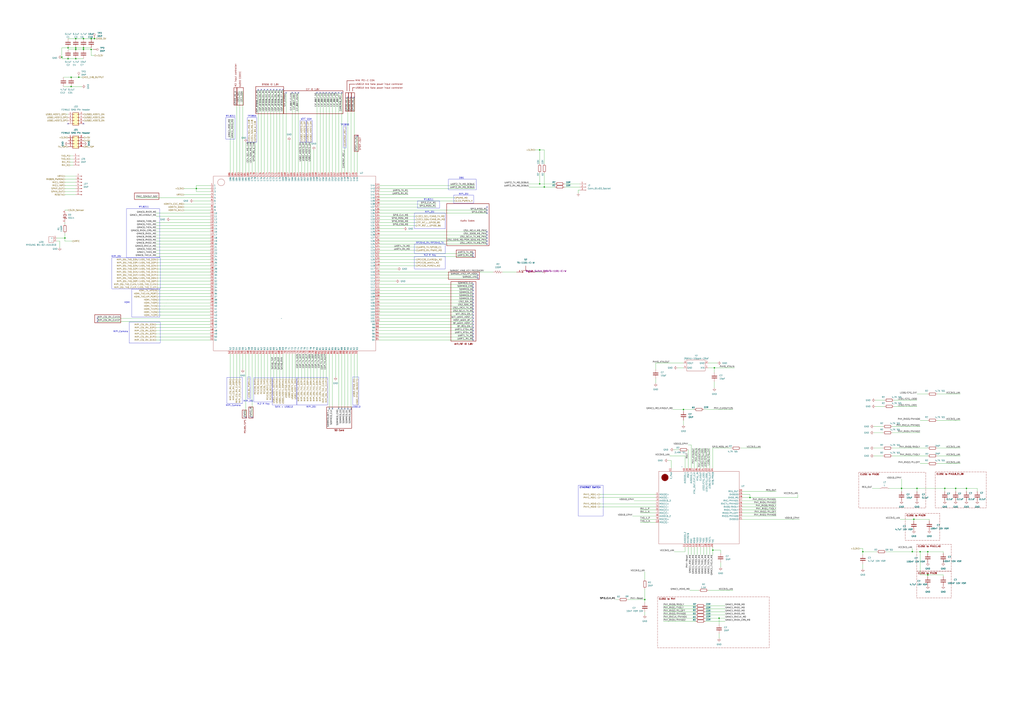
<source format=kicad_sch>
(kicad_sch (version 20230819) (generator eeschema)
  (paper "A1")
  (junction (at 53.34 195.58))
  (junction (at 561.34 336.55))
  (junction (at 68.58 39.37))
  (junction (at 62.23 40.64))
  (junction (at 77.5403 31.75))
  (junction (at 62.23 39.37))
  (junction (at 74.93 31.75))
  (junction (at 64.7276 63.5))
  (junction (at 55.88 48.26))
  (junction (at 443.23 123.19))
  (junction (at 58.42 71.12))
  (junction (at 50.8 46.99))
  (junction (at 68.58 40.64))
  (junction (at 708.66 453.39))
  (junction (at 755.65 453.39))
  (junction (at 529.59 492.76))
  (junction (at 68.58 31.75))
  (junction (at 55.88 39.37))
  (junction (at 762 472.44))
  (junction (at 62.23 48.26))
  (junction (at 784.86 401.32))
  (junction (at 585.47 452.12))
  (junction (at 775.97 401.32))
  (junction (at 750.57 426.72))
  (junction (at 161.29 154.94))
  (junction (at 615.95 408.94))
  (junction (at 447.04 153.67))
  (junction (at 590.55 508))
  (junction (at 586.74 302.26))
  (junction (at 749.3 453.39))
  (junction (at 443.23 151.13))
  (junction (at 753.11 401.32))
  (junction (at 762 453.39))
  (junction (at 740.41 401.32))
  (junction (at 74.8293 40.64))
  (junction (at 58.42 63.5))
  (junction (at 793.75 401.32))
  (junction (at 62.23 31.75))
  (no_connect (at 270.51 335.8069))
  (no_connect (at 388.62 269.24))
  (no_connect (at 388.62 254))
  (no_connect (at 283.21 335.8875))
  (no_connect (at 229.87 73.66))
  (no_connect (at 400.05 170.18))
  (no_connect (at 388.62 279.4))
  (no_connect (at 392.43 226.06))
  (no_connect (at 388.62 251.46))
  (no_connect (at 288.29 336.1294))
  (no_connect (at 217.17 73.66))
  (no_connect (at 400.05 190.5))
  (no_connect (at 222.25 73.66))
  (no_connect (at 214.63 73.66))
  (no_connect (at 400.05 198.12))
  (no_connect (at 80.01 261.62))
  (no_connect (at 388.62 271.78))
  (no_connect (at 400.05 200.66))
  (no_connect (at 388.62 210.82))
  (no_connect (at 388.62 236.22))
  (no_connect (at 262.89 76.2))
  (no_connect (at 55.88 101.6))
  (no_connect (at 224.79 73.66))
  (no_connect (at 227.33 73.66))
  (no_connect (at 285.75 335.8875))
  (no_connect (at 400.05 172.72))
  (no_connect (at 278.13 335.6457))
  (no_connect (at 288.29 80.01))
  (no_connect (at 388.62 259.08))
  (no_connect (at 388.62 261.62))
  (no_connect (at 388.62 256.54))
  (no_connect (at 68.58 101.6))
  (no_connect (at 388.62 246.38))
  (no_connect (at 240.03 76.2))
  (no_connect (at 201.93 342.9))
  (no_connect (at 400.05 175.26))
  (no_connect (at 392.43 228.6))
  (no_connect (at 270.51 76.2))
  (no_connect (at 273.05 76.2))
  (no_connect (at 388.62 248.92))
  (no_connect (at 234.95 76.2))
  (no_connect (at 290.83 80.01))
  (no_connect (at 400.05 193.04))
  (no_connect (at 400.05 195.58))
  (no_connect (at 388.62 241.3))
  (no_connect (at 245.11 76.2))
  (no_connect (at 278.13 76.2))
  (no_connect (at 388.62 274.32))
  (no_connect (at 232.41 73.66))
  (no_connect (at 388.62 233.68))
  (no_connect (at 280.67 76.2))
  (no_connect (at 280.67 335.8069))
  (no_connect (at 388.62 264.16))
  (no_connect (at 242.57 76.2))
  (no_connect (at 219.71 73.66))
  (no_connect (at 267.97 76.2))
  (no_connect (at 212.0876 73.8414))
  (no_connect (at 80.01 264.16))
  (no_connect (at 207.01 342.9))
  (no_connect (at 265.43 76.2))
  (no_connect (at 388.62 243.84))
  (no_connect (at 285.75 80.01))
  (no_connect (at 388.62 266.7))
  (no_connect (at 275.59 76.2))
  (no_connect (at 293.37 111.76))
  (no_connect (at 388.62 276.86))
  (no_connect (at 388.62 238.76))
  (no_connect (at 388.62 208.28))
  (no_connect (at 273.05 335.7263))
  (no_connect (at 260.35 76.2))
  (wire (pts (xy 311.15 182.88) (xy 341.63 182.88)))
  (wire (pts (xy 755.65 355.6) (xy 732.79 355.6)))
  (wire (pts (xy 763.27 426.72) (xy 763.27 427.99)))
  (wire (pts (xy 46.5105 195.58) (xy 53.34 195.58)))
  (wire (pts (xy 217.17 82.55) (xy 217.17 142.24)))
  (wire (pts (xy 53.34 157.48) (xy 62.23 157.48)))
  (wire (pts (xy 53.34 152.4) (xy 62.23 152.4)))
  (wire (pts (xy 793.75 401.32) (xy 802.64 401.32)))
  (wire (pts (xy 637.54 403.86) (xy 609.6 403.86)))
  (wire (pts (xy 739.14 426.72) (xy 750.57 426.72)))
  (wire (pts (xy 58.42 63.5) (xy 64.7276 63.5)))
  (wire (pts (xy 717.55 355.6) (xy 725.17 355.6)))
  (wire (pts (xy 240.03 76.2) (xy 240.03 142.24)))
  (wire (pts (xy 129.54 218.44) (xy 172.72 218.44)))
  (wire (pts (xy 129.54 233.68) (xy 172.72 233.68)))
  (wire (pts (xy 222.25 80.01) (xy 222.25 142.24)))
  (wire (pts (xy 53.34 144.78) (xy 62.23 144.78)))
  (wire (pts (xy 214.63 83.82) (xy 214.63 142.24)))
  (wire (pts (xy 262.89 290.83) (xy 262.89 311.15)))
  (wire (pts (xy 76.6818 40.6392) (xy 76.6818 40.64)))
  (wire (pts (xy 194.31 311.15) (xy 194.31 290.83)))
  (wire (pts (xy 586.74 306.07) (xy 586.74 302.26)))
  (wire (pts (xy 53.34 149.86) (xy 62.23 149.86)))
  (wire (pts (xy 219.7076 81.28) (xy 219.71 81.28)))
  (wire (pts (xy 580.39 368.3) (xy 580.39 384.81)))
  (wire (pts (xy 189.23 311.15) (xy 189.23 290.83)))
  (wire (pts (xy 443.23 123.19) (xy 443.23 134.62)))
  (wire (pts (xy 755.65 472.44) (xy 762 472.44)))
  (wire (pts (xy 129.54 215.9) (xy 172.72 215.9)))
  (wire (pts (xy 579.12 505.46) (xy 595.63 505.46)))
  (wire (pts (xy 311.15 154.94) (xy 389.89 154.94)))
  (wire (pts (xy 463.55 153.67) (xy 476.25 153.67)))
  (wire (pts (xy 285.75 80.01) (xy 285.75 142.24)))
  (polyline (pts (xy 287.02 69.1057) (xy 291.4165 69.1057)) (stroke (width 0.3048) (color 132 0 0 1)))
  (wire (pts (xy 474.98 156.21) (xy 474.98 158.75)))
  (wire (pts (xy 132.6203 256.5382) (xy 132.6203 256.54)))
  (wire (pts (xy 730.25 401.32) (xy 740.41 401.32)))
  (wire (pts (xy 280.67 336.55) (xy 280.67 290.83)))
  (wire (pts (xy 128.27 271.78) (xy 172.72 271.78)))
  (wire (pts (xy 788.67 323.85) (xy 769.62 323.85)))
  (wire (pts (xy 128.27 185.42) (xy 172.72 185.42)))
  (wire (pts (xy 132.6203 256.54) (xy 172.72 256.54)))
  (wire (pts (xy 755.65 350.52) (xy 732.79 350.52)))
  (wire (pts (xy 565.15 365.76) (xy 567.69 365.76)))
  (wire (pts (xy 311.15 228.6) (xy 392.43 228.6)))
  (wire (pts (xy 538.48 298.45) (xy 561.34 298.45)))
  (wire (pts (xy 111.76 162.56) (xy 172.72 162.56)))
  (wire (pts (xy 59.2105 198.1935) (xy 53.34 198.1935)))
  (wire (pts (xy 582.93 455.93) (xy 582.93 449.58)))
  (wire (pts (xy 131.3503 259.08) (xy 172.72 259.08)))
  (wire (pts (xy 447.04 123.19) (xy 443.23 123.19)))
  (wire (pts (xy 637.54 419.1) (xy 609.6 419.1)))
  (wire (pts (xy 762 472.44) (xy 774.7 472.44)))
  (wire (pts (xy 196.85 311.15) (xy 196.85 290.83)))
  (wire (pts (xy 128.27 195.58) (xy 172.72 195.58)))
  (wire (pts (xy 50.8 39.37) (xy 50.8 46.99)))
  (wire (pts (xy 311.15 193.04) (xy 400.05 193.04)))
  (wire (pts (xy 544.83 497.84) (xy 571.5 497.84)))
  (wire (pts (xy 582.93 368.3) (xy 582.93 384.81)))
  (wire (pts (xy 577.85 368.3) (xy 577.85 384.81)))
  (wire (pts (xy 311.15 162.56) (xy 373.38 162.56)))
  (wire (pts (xy 265.43 290.83) (xy 265.43 311.15)))
  (wire (pts (xy 285.75 336.55) (xy 285.75 290.83)))
  (wire (pts (xy 311.15 261.62) (xy 388.62 261.62)))
  (wire (pts (xy 562.61 453.39) (xy 553.72 453.39)))
  (wire (pts (xy 585.47 368.3) (xy 600.71 368.3)))
  (wire (pts (xy 161.29 154.94) (xy 172.72 154.94)))
  (wire (pts (xy 232.4076 74.93) (xy 232.41 74.93)))
  (wire (pts (xy 727.71 453.39) (xy 749.3 453.39)))
  (wire (pts (xy 775.97 401.32) (xy 775.97 403.86)))
  (wire (pts (xy 135.1603 251.4582) (xy 135.1603 251.46)))
  (wire (pts (xy 229.87 290.83) (xy 229.87 311.15)))
  (wire (pts (xy 140.2403 241.3) (xy 172.72 241.3)))
  (wire (pts (xy 575.31 455.93) (xy 575.31 449.58)))
  (wire (pts (xy 575.31 368.3) (xy 575.31 384.81)))
  (wire (pts (xy 335.28 157.48) (xy 311.15 157.48)))
  (wire (pts (xy 128.27 279.4) (xy 172.72 279.4)))
  (wire (pts (xy 447.04 142.24) (xy 447.04 153.67)))
  (wire (pts (xy 128.27 200.66) (xy 172.72 200.66)))
  (wire (pts (xy 579.12 497.84) (xy 595.63 497.84)))
  (wire (pts (xy 311.15 226.06) (xy 392.43 226.06)))
  (wire (pts (xy 247.65 116.84) (xy 247.65 142.24)))
  (wire (pts (xy 311.15 241.3) (xy 388.62 241.3)))
  (wire (pts (xy 57.5947 128.1097) (xy 60.1347 128.1097)))
  (wire (pts (xy 55.88 31.75) (xy 62.23 31.75)))
  (wire (pts (xy 562.61 374.65) (xy 549.91 374.65)))
  (wire (pts (xy 718.82 328.93) (xy 726.44 328.93)))
  (wire (pts (xy 586.74 302.26) (xy 603.25 302.26)))
  (wire (pts (xy 529.59 492.76) (xy 529.59 495.3)))
  (wire (pts (xy 544.83 510.54) (xy 571.5 510.54)))
  (wire (pts (xy 130.0803 238.7582) (xy 141.5103 238.7582)))
  (wire (pts (xy 769.62 381) (xy 788.67 381)))
  (wire (pts (xy 311.15 236.22) (xy 388.62 236.22)))
  (wire (pts (xy 212.0876 73.8414) (xy 212.0876 85.09)))
  (wire (pts (xy 358.14 170.18) (xy 311.15 170.18)))
  (wire (pts (xy 519.43 424.18) (xy 538.48 424.18)))
  (wire (pts (xy 538.48 314.96) (xy 538.48 311.15)))
  (wire (pts (xy 590.55 508) (xy 595.63 508)))
  (wire (pts (xy 579.12 502.92) (xy 595.63 502.92)))
  (wire (pts (xy 128.27 177.8) (xy 172.72 177.8)))
  (wire (pts (xy 222.2476 80.01) (xy 222.25 80.01)))
  (wire (pts (xy 755.65 453.39) (xy 755.65 472.44)))
  (wire (pts (xy 311.15 208.28) (xy 388.62 208.28)))
  (wire (pts (xy 204.47 116.84) (xy 204.47 142.24)))
  (wire (pts (xy 793.75 401.32) (xy 793.75 403.86)))
  (wire (pts (xy 708.66 450.85) (xy 708.66 453.39)))
  (wire (pts (xy 656.59 426.72) (xy 609.6 426.72)))
  (wire (pts (xy 311.15 256.54) (xy 388.62 256.54)))
  (wire (pts (xy 311.15 251.46) (xy 388.62 251.46)))
  (polyline (pts (xy 284.9657 74.8383) (xy 284.9636 66.3367)) (stroke (width 0.3048) (color 132 0 0 1)))
  (wire (pts (xy 49.0505 198.1935) (xy 46.5105 198.1935)))
  (wire (pts (xy 278.13 76.2) (xy 278.13 142.24)))
  (wire (pts (xy 311.15 177.8) (xy 341.63 177.8)))
  (wire (pts (xy 74.8293 45.5877) (xy 74.8293 40.64)))
  (wire (pts (xy 293.37 111.76) (xy 293.37 142.24)))
  (wire (pts (xy 68.58 40.64) (xy 74.8293 40.64)))
  (wire (pts (xy 585.47 449.58) (xy 585.47 452.12)))
  (wire (pts (xy 288.29 336.55) (xy 288.29 290.83)))
  (wire (pts (xy 551.18 378.46) (xy 548.64 378.46)))
  (wire (pts (xy 130.0803 248.9182) (xy 136.4303 248.9182)))
  (wire (pts (xy 311.15 259.08) (xy 388.62 259.08)))
  (wire (pts (xy 151.13 172.72) (xy 172.72 172.72)))
  (wire (pts (xy 717.55 374.65) (xy 725.17 374.65)))
  (wire (pts (xy 219.71 311.15) (xy 219.71 290.83)))
  (wire (pts (xy 62.23 31.75) (xy 68.58 31.75)))
  (wire (pts (xy 252.73 116.84) (xy 252.73 142.24)))
  (wire (pts (xy 749.3 453.39) (xy 755.65 453.39)))
  (wire (pts (xy 128.27 187.96) (xy 172.72 187.96)))
  (wire (pts (xy 222.2476 73.8414) (xy 222.2476 80.01)))
  (wire (pts (xy 57.5947 135.7297) (xy 60.1347 135.7297)))
  (wire (pts (xy 273.05 76.2) (xy 273.05 142.24)))
  (wire (pts (xy 311.15 271.78) (xy 388.62 271.78)))
  (polyline (pts (xy 287.02 74.93) (xy 287.02 69.1057)) (stroke (width 0.3048) (color 132 0 0 1)))
  (wire (pts (xy 129.54 226.06) (xy 172.72 226.06)))
  (wire (pts (xy 443.23 151.13) (xy 455.93 151.13)))
  (wire (pts (xy 260.35 76.2) (xy 260.35 142.24)))
  (wire (pts (xy 311.15 190.5) (xy 400.05 190.5)))
  (wire (pts (xy 68.58 39.37) (xy 62.23 39.37)))
  (wire (pts (xy 525.78 429.26) (xy 538.48 429.26)))
  (wire (pts (xy 161.29 152.4) (xy 172.72 152.4)))
  (wire (pts (xy 128.27 198.12) (xy 172.72 198.12)))
  (wire (pts (xy 637.54 414.02) (xy 609.6 414.02)))
  (wire (pts (xy 224.79 78.74) (xy 224.79 142.24)))
  (wire (pts (xy 341.63 215.9) (xy 311.15 215.9)))
  (wire (pts (xy 412.75 223.52) (xy 424.18 223.52)))
  (wire (pts (xy 311.15 254) (xy 388.62 254)))
  (wire (pts (xy 270.51 76.2) (xy 270.51 142.24)))
  (wire (pts (xy 252.73 290.83) (xy 252.73 311.15)))
  (wire (pts (xy 311.15 276.86) (xy 388.62 276.86)))
  (wire (pts (xy 734.06 328.93) (xy 753.11 328.93)))
  (wire (pts (xy 55.88 40.64) (xy 62.23 40.64)))
  (wire (pts (xy 128.27 175.26) (xy 172.72 175.26)))
  (wire (pts (xy 400.05 172.72) (xy 311.15 172.72)))
  (wire (pts (xy 601.98 336.55) (xy 577.85 336.55)))
  (wire (pts (xy 637.54 416.56) (xy 609.6 416.56)))
  (wire (pts (xy 311.15 246.38) (xy 388.62 246.38)))
  (wire (pts (xy 447.04 153.67) (xy 455.93 153.67)))
  (wire (pts (xy 57.5947 130.6497) (xy 60.1347 130.6497)))
  (wire (pts (xy 788.67 368.3) (xy 769.62 368.3)))
  (wire (pts (xy 740.41 401.32) (xy 753.11 401.32)))
  (wire (pts (xy 553.2476 369.57) (xy 557.53 369.57)))
  (wire (pts (xy 138.9703 243.8382) (xy 138.9703 243.84)))
  (wire (pts (xy 227.33 290.83) (xy 227.33 311.15)))
  (wire (pts (xy 311.15 220.98) (xy 326.39 220.98)))
  (wire (pts (xy 201.93 116.84) (xy 201.93 142.24)))
  (wire (pts (xy 191.77 311.15) (xy 191.77 290.83)))
  (wire (pts (xy 515.62 492.76) (xy 529.59 492.76)))
  (wire (pts (xy 265.43 76.2) (xy 265.43 142.24)))
  (wire (pts (xy 615.95 408.94) (xy 609.6 408.94)))
  (wire (pts (xy 750.57 426.72) (xy 763.27 426.72)))
  (wire (pts (xy 137.7003 246.3782) (xy 137.7003 246.38)))
  (wire (pts (xy 311.15 187.96) (xy 331.47 187.96)))
  (wire (pts (xy 590.55 508) (xy 590.55 513.08)))
  (wire (pts (xy 755.65 453.39) (xy 762 453.39)))
  (wire (pts (xy 311.15 165.1) (xy 373.38 165.1)))
  (wire (pts (xy 753.11 401.32) (xy 753.11 403.86)))
  (wire (pts (xy 706.12 450.85) (xy 708.66 450.85)))
  (wire (pts (xy 130.0803 253.9982) (xy 133.8903 253.9982)))
  (wire (pts (xy 525.78 419.1) (xy 538.48 419.1)))
  (wire (pts (xy 128.27 193.04) (xy 172.72 193.04)))
  (wire (pts (xy 525.78 421.64) (xy 538.48 421.64)))
  (wire (pts (xy 463.55 151.13) (xy 476.25 151.13)))
  (wire (pts (xy 54.61 93.98) (xy 55.88 93.98)))
  (wire (pts (xy 717.55 350.52) (xy 725.17 350.52)))
  (wire (pts (xy 219.71 81.28) (xy 219.71 142.24)))
  (wire (pts (xy 288.29 80.01) (xy 288.29 142.24)))
  (wire (pts (xy 77.3693 45.5877) (xy 74.8293 45.5877)))
  (wire (pts (xy 214.6276 83.82) (xy 214.63 83.82)))
  (wire (pts (xy 128.27 266.7) (xy 172.72 266.7)))
  (wire (pts (xy 49.0505 203.2735) (xy 49.0505 198.1935)))
  (wire (pts (xy 130.0803 241.2982) (xy 140.2403 241.2982)))
  (wire (pts (xy 214.63 311.15) (xy 214.63 290.83)))
  (wire (pts (xy 341.63 218.44) (xy 311.15 218.44)))
  (wire (pts (xy 151.13 170.18) (xy 172.72 170.18)))
  (wire (pts (xy 53.34 184.15) (xy 53.34 182.88)))
  (wire (pts (xy 229.8676 76.2) (xy 229.87 76.2)))
  (wire (pts (xy 237.49 115.57) (xy 237.49 142.24)))
  (wire (pts (xy 562.61 384.81) (xy 562.61 374.65)))
  (wire (pts (xy 237.49 311.15) (xy 237.49 290.83)))
  (wire (pts (xy 255.27 116.84) (xy 255.27 142.24)))
  (wire (pts (xy 273.05 336.55) (xy 273.05 290.83)))
  (wire (pts (xy 128.27 182.88) (xy 172.72 182.88)))
  (wire (pts (xy 311.15 198.12) (xy 400.05 198.12)))
  (wire (pts (xy 68.58 31.75) (xy 74.93 31.75)))
  (wire (pts (xy 212.09 311.15) (xy 212.09 290.83)))
  (wire (pts (xy 141.5103 238.7582) (xy 141.5103 238.76)))
  (wire (pts (xy 257.81 290.83) (xy 257.81 311.15)))
  (wire (pts (xy 204.47 311.15) (xy 204.47 290.83)))
  (wire (pts (xy 255.27 290.83) (xy 255.27 311.15)))
  (wire (pts (xy 311.15 274.32) (xy 388.62 274.32)))
  (wire (pts (xy 52.07 63.5) (xy 58.42 63.5)))
  (wire (pts (xy 434.34 151.13) (xy 443.23 151.13)))
  (wire (pts (xy 280.67 76.2) (xy 280.67 142.24)))
  (wire (pts (xy 615.95 406.4) (xy 615.95 408.94)))
  (wire (pts (xy 492.76 414.02) (xy 538.48 414.02)))
  (wire (pts (xy 240.03 311.15) (xy 240.03 290.83)))
  (wire (pts (xy 62.23 40.64) (xy 68.58 40.64)))
  (wire (pts (xy 750.57 426.72) (xy 750.57 427.99)))
  (wire (pts (xy 50.8 48.26) (xy 55.88 48.26)))
  (wire (pts (xy 755.65 381) (xy 762 381)))
  (wire (pts (xy 161.29 154.94) (xy 161.29 152.4)))
  (wire (pts (xy 762 453.39) (xy 774.7 453.39)))
  (wire (pts (xy 544.83 505.46) (xy 571.5 505.46)))
  (wire (pts (xy 802.64 401.32) (xy 802.64 403.86)))
  (wire (pts (xy 139.7 180.34) (xy 172.72 180.34)))
  (wire (pts (xy 207.01 116.84) (xy 207.01 142.24)))
  (wire (pts (xy 201.93 290.83) (xy 201.93 342.9)))
  (wire (pts (xy 217.1676 73.8414) (xy 217.1676 82.55)))
  (wire (pts (xy 749.3 453.39) (xy 749.3 450.85)))
  (wire (pts (xy 129.54 220.98) (xy 172.72 220.98)))
  (wire (pts (xy 74.93 39.37) (xy 68.58 39.37)))
  (wire (pts (xy 137.7003 246.38) (xy 172.72 246.38)))
  (wire (pts (xy 615.95 406.4) (xy 609.6 406.4)))
  (wire (pts (xy 774.7 472.44) (xy 774.7 473.71)))
  (wire (pts (xy 586.74 318.77) (xy 586.74 313.69)))
  (wire (pts (xy 283.21 336.55) (xy 283.21 290.83)))
  (wire (pts (xy 74.93 31.75) (xy 77.5403 31.75)))
  (wire (pts (xy 718.82 334.01) (xy 726.44 334.01)))
  (wire (pts (xy 209.55 116.84) (xy 209.55 142.24)))
  (wire (pts (xy 556.26 302.26) (xy 561.34 302.26)))
  (wire (pts (xy 141.5103 238.76) (xy 172.72 238.76)))
  (wire (pts (xy 775.97 401.32) (xy 784.86 401.32)))
  (wire (pts (xy 311.15 266.7) (xy 388.62 266.7)))
  (wire (pts (xy 260.35 290.83) (xy 260.35 311.15)))
  (wire (pts (xy 212.0876 85.09) (xy 212.09 85.09)))
  (wire (pts (xy 219.7076 73.8414) (xy 219.7076 81.28)))
  (wire (pts (xy 57.5947 133.1897) (xy 60.1347 133.1897)))
  (wire (pts (xy 566.42 485.14) (xy 574.04 485.14)))
  (wire (pts (xy 189.23 97.79) (xy 189.23 142.24)))
  (wire (pts (xy 565.15 369.57) (xy 565.15 384.81)))
  (wire (pts (xy 55.88 48.26) (xy 62.23 48.26)))
  (wire (pts (xy 128.27 210.82) (xy 172.72 210.82)))
  (wire (pts (xy 262.89 76.2) (xy 262.89 142.24)))
  (wire (pts (xy 55.88 172.72) (xy 53.34 172.72)))
  (wire (pts (xy 577.85 455.93) (xy 577.85 449.58)))
  (wire (pts (xy 128.27 203.2) (xy 172.72 203.2)))
  (wire (pts (xy 590.55 520.7) (xy 590.55 524.51)))
  (polyline (pts (xy 284.9636 66.3367) (xy 290.9533 66.3345)) (stroke (width 0.3048) (color 132 0 0 1)))
  (wire (pts (xy 80.01 264.16) (xy 172.72 264.16)))
  (wire (pts (xy 591.82 452.12) (xy 585.47 452.12)))
  (wire (pts (xy 242.57 76.2) (xy 242.57 142.24)))
  (wire (pts (xy 579.12 508) (xy 590.55 508)))
  (wire (pts (xy 358.14 167.64) (xy 311.15 167.64)))
  (wire (pts (xy 579.12 500.38) (xy 595.63 500.38)))
  (wire (pts (xy 158.75 165.1) (xy 172.72 165.1)))
  (wire (pts (xy 529.59 469.9) (xy 529.59 476.25)))
  (wire (pts (xy 492.76 406.4) (xy 538.48 406.4)))
  (wire (pts (xy 133.8903 254) (xy 172.72 254)))
  (wire (pts (xy 476.25 156.21) (xy 474.98 156.21)))
  (wire (pts (xy 311.15 243.84) (xy 388.62 243.84)))
  (wire (pts (xy 580.39 455.93) (xy 580.39 449.58)))
  (wire (pts (xy 130.0803 251.4582) (xy 135.1603 251.4582)))
  (wire (pts (xy 138.9703 243.84) (xy 172.72 243.84)))
  (wire (pts (xy 311.15 210.82) (xy 388.62 210.82)))
  (wire (pts (xy 55.8481 120.65) (xy 55.88 120.65)))
  (wire (pts (xy 130.0803 243.8382) (xy 138.9703 243.8382)))
  (wire (pts (xy 608.33 368.3) (xy 624.84 368.3)))
  (wire (pts (xy 311.15 180.34) (xy 341.63 180.34)))
  (wire (pts (xy 570.23 368.3) (xy 570.23 384.81)))
  (wire (pts (xy 140.2403 241.2982) (xy 140.2403 241.3)))
  (wire (pts (xy 567.69 455.93) (xy 567.69 449.58)))
  (wire (pts (xy 194.31 74.93) (xy 194.31 142.24)))
  (wire (pts (xy 129.54 228.6) (xy 172.72 228.6)))
  (wire (pts (xy 232.41 74.93) (xy 232.41 142.24)))
  (wire (pts (xy 572.77 455.93) (xy 572.77 449.58)))
  (wire (pts (xy 562.61 449.58) (xy 562.61 453.39)))
  (wire (pts (xy 400.05 200.66) (xy 311.15 200.66)))
  (wire (pts (xy 64.7276 63.5) (xy 67.31 63.5)))
  (wire (pts (xy 293.37 311.15) (xy 293.37 290.83)))
  (wire (pts (xy 708.66 453.39) (xy 720.09 453.39)))
  (wire (pts (xy 311.15 152.4) (xy 389.89 152.4)))
  (wire (pts (xy 214.6276 73.8414) (xy 214.6276 83.82)))
  (wire (pts (xy 591.82 452.12) (xy 591.82 454.66)))
  (wire (pts (xy 565.15 455.93) (xy 565.15 449.58)))
  (wire (pts (xy 290.83 80.01) (xy 290.83 142.24)))
  (wire (pts (xy 734.06 334.01) (xy 753.11 334.01)))
  (wire (pts (xy 136.4303 248.9182) (xy 136.4303 248.92)))
  (wire (pts (xy 227.3276 77.47) (xy 227.33 77.47)))
  (wire (pts (xy 128.27 276.86) (xy 172.72 276.86)))
  (wire (pts (xy 224.7876 73.8414) (xy 224.7876 78.74)))
  (polyline (pts (xy 289.56 74.93) (xy 289.56 72.1288)) (stroke (width 0.3048) (color 132 0 0 1)))
  (wire (pts (xy 53.34 154.94) (xy 62.23 154.94)))
  (wire (pts (xy 245.11 76.2) (xy 245.11 142.24)))
  (wire (pts (xy 199.39 74.93) (xy 199.39 142.24)))
  (polyline (pts (xy 289.56 72.1288) (xy 291.3359 72.1288)) (stroke (width 0.3048) (color 132 0 0 1)))
  (wire (pts (xy 572.77 368.3) (xy 572.77 384.81)))
  (wire (pts (xy 128.27 190.5) (xy 172.72 190.5)))
  (wire (pts (xy 212.09 85.09) (xy 212.09 142.24)))
  (wire (pts (xy 232.4076 73.8414) (xy 232.4076 74.93)))
  (wire (pts (xy 529.59 502.92) (xy 529.59 505.46)))
  (wire (pts (xy 217.17 311.15) (xy 217.17 290.83)))
  (wire (pts (xy 447.04 134.62) (xy 447.04 123.19)))
  (wire (pts (xy 53.34 147.32) (xy 62.23 147.32)))
  (wire (pts (xy 400.05 175.26) (xy 311.15 175.26)))
  (wire (pts (xy 80.01 261.62) (xy 172.72 261.62)))
  (wire (pts (xy 136.4303 248.92) (xy 172.72 248.92)))
  (wire (pts (xy 567.69 365.76) (xy 567.69 384.81)))
  (wire (pts (xy 227.3276 73.8414) (xy 227.3276 77.47)))
  (wire (pts (xy 784.86 401.32) (xy 784.86 403.86)))
  (wire (pts (xy 267.97 76.2) (xy 267.97 142.24)))
  (wire (pts (xy 655.32 408.94) (xy 615.95 408.94)))
  (wire (pts (xy 131.3503 259.0782) (xy 131.3503 259.08)))
  (wire (pts (xy 520.7 411.48) (xy 538.48 411.48)))
  (wire (pts (xy 55.88 39.37) (xy 50.8 39.37)))
  (wire (pts (xy 130.0803 256.5382) (xy 132.6203 256.5382)))
  (wire (pts (xy 717.55 368.3) (xy 725.17 368.3)))
  (wire (pts (xy 311.15 233.68) (xy 388.62 233.68)))
  (wire (pts (xy 53.34 191.77) (xy 53.34 195.58)))
  (wire (pts (xy 311.15 195.58) (xy 400.05 195.58)))
  (wire (pts (xy 128.27 208.28) (xy 172.72 208.28)))
  (wire (pts (xy 311.15 203.2) (xy 341.63 203.2)))
  (wire (pts (xy 161.29 157.48) (xy 172.72 157.48)))
  (wire (pts (xy 129.54 213.36) (xy 172.72 213.36)))
  (wire (pts (xy 278.13 336.55) (xy 278.13 290.83)))
  (wire (pts (xy 128.27 269.24) (xy 172.72 269.24)))
  (wire (pts (xy 77.5403 31.75) (xy 78.74 31.75)))
  (wire (pts (xy 762 453.39) (xy 762 454.66)))
  (wire (pts (xy 561.34 336.55) (xy 561.34 337.82)))
  (wire (pts (xy 247.65 290.83) (xy 247.65 311.15)))
  (wire (pts (xy 129.54 236.22) (xy 172.72 236.22)))
  (wire (pts (xy 434.34 153.67) (xy 447.04 153.67)))
  (wire (pts (xy 135.1603 251.46) (xy 172.72 251.46)))
  (wire (pts (xy 335.28 160.02) (xy 311.15 160.02)))
  (wire (pts (xy 561.34 336.55) (xy 570.23 336.55)))
  (wire (pts (xy 224.79 290.83) (xy 224.79 311.15)))
  (wire (pts (xy 753.11 401.32) (xy 775.97 401.32)))
  (wire (pts (xy 311.15 205.74) (xy 341.63 205.74)))
  (wire (pts (xy 275.59 76.2) (xy 275.59 142.24)))
  (wire (pts (xy 224.7876 78.74) (xy 224.79 78.74)))
  (wire (pts (xy 52.07 71.12) (xy 58.42 71.12)))
  (wire (pts (xy 788.67 374.65) (xy 769.62 374.65)))
  (wire (pts (xy 130.0803 259.0782) (xy 131.3503 259.0782)))
  (wire (pts (xy 128.27 274.32) (xy 172.72 274.32)))
  (wire (pts (xy 551.18 384.81) (xy 551.18 378.46)))
  (wire (pts (xy 732.79 374.65) (xy 762 374.65)))
  (wire (pts (xy 732.79 368.3) (xy 762 368.3)))
  (wire (pts (xy 637.54 411.48) (xy 609.6 411.48)))
  (wire (pts (xy 774.7 453.39) (xy 774.7 454.66)))
  (wire (pts (xy 637.54 424.18) (xy 609.6 424.18)))
  (wire (pts (xy 544.83 502.92) (xy 571.5 502.92)))
  (wire (pts (xy 58.42 71.12) (xy 67.31 71.12)))
  (wire (pts (xy 62.23 39.37) (xy 55.88 39.37)))
  (wire (pts (xy 191.77 97.79) (xy 191.77 142.24)))
  (wire (pts (xy 151.13 154.94) (xy 161.29 154.94)))
  (wire (pts (xy 311.15 238.76) (xy 388.62 238.76)))
  (wire (pts (xy 784.86 401.32) (xy 793.75 401.32)))
  (wire (pts (xy 708.66 463.55) (xy 708.66 467.36)))
  (wire (pts (xy 586.74 302.26) (xy 581.66 302.26)))
  (wire (pts (xy 199.39 290.83) (xy 199.39 303.53)))
  (wire (pts (xy 245.11 290.83) (xy 245.11 311.15)))
  (wire (pts (xy 716.28 401.32) (xy 722.63 401.32)))
  (wire (pts (xy 591.82 462.28) (xy 591.82 466.09)))
  (wire (pts (xy 53.34 160.02) (xy 62.23 160.02)))
  (wire (pts (xy 552.45 336.55) (xy 561.34 336.55)))
  (wire (pts (xy 589.28 298.45) (xy 581.66 298.45)))
  (wire (pts (xy 585.47 452.12) (xy 585.47 455.93)))
  (wire (pts (xy 229.87 76.2) (xy 229.87 142.24)))
  (wire (pts (xy 311.15 248.92) (xy 388.62 248.92)))
  (wire (pts (xy 529.59 492.76) (xy 529.59 483.87)))
  (wire (pts (xy 762 345.44) (xy 755.65 345.44)))
  (wire (pts (xy 232.41 290.83) (xy 232.41 311.15)))
  (wire (pts (xy 753.11 323.85) (xy 762 323.85)))
  (wire (pts (xy 209.55 311.15) (xy 209.55 290.83)))
  (wire (pts (xy 311.15 264.16) (xy 388.62 264.16)))
  (wire (pts (xy 217.1676 82.55) (xy 217.17 82.55)))
  (wire (pts (xy 655.32 406.4) (xy 655.32 408.94)))
  (wire (pts (xy 250.19 290.83) (xy 250.19 311.15)))
  (wire (pts (xy 585.47 368.3) (xy 585.47 384.81)))
  (wire (pts (xy 581.66 485.14) (xy 601.98 485.14)))
  (wire (pts (xy 62.23 48.26) (xy 68.58 48.26)))
  (wire (pts (xy 270.51 336.55) (xy 270.51 290.83)))
  (wire (pts (xy 250.19 116.84) (xy 250.19 142.24)))
  (wire (pts (xy 283.21 120.65) (xy 283.21 142.24)))
  (wire (pts (xy 133.8903 253.9982) (xy 133.8903 254)))
  (wire (pts (xy 129.54 223.52) (xy 172.72 223.52)))
  (wire (pts (xy 740.41 401.32) (xy 740.41 403.86)))
  (wire (pts (xy 505.46 492.76) (xy 508 492.76)))
  (wire (pts (xy 53.34 198.1935) (xy 53.34 195.58)))
  (wire (pts (xy 708.66 453.39) (xy 708.66 455.93)))
  (wire (pts (xy 311.15 269.24) (xy 388.62 269.24)))
  (wire (pts (xy 561.34 349.25) (xy 561.34 345.44)))
  (wire (pts (xy 443.23 142.24) (xy 443.23 151.13)))
  (wire (pts (xy 74.8293 40.64) (xy 76.6818 40.64)))
  (wire (pts (xy 267.97 290.83) (xy 267.97 311.15)))
  (wire (pts (xy 492.76 408.94) (xy 538.48 408.94)))
  (wire (pts (xy 207.01 290.83) (xy 207.01 342.9)))
  (wire (pts (xy 579.12 510.54) (xy 595.63 510.54)))
  (wire (pts (xy 492.76 416.56) (xy 538.48 416.56)))
  (wire (pts (xy 341.63 185.42) (xy 311.15 185.42)))
  (wire (pts (xy 762 472.44) (xy 762 473.71)))
  (wire (pts (xy 538.48 303.53) (xy 538.48 298.45)))
  (wire (pts (xy 740.41 401.32) (xy 740.41 393.7)))
  (wire (pts (xy 227.33 77.47) (xy 227.33 142.24)))
  (wire (pts (xy 50.8 46.99) (xy 50.8 48.26)))
  (wire (pts (xy 788.67 345.44) (xy 769.62 345.44)))
  (wire (pts (xy 257.81 123.19) (xy 257.81 142.24)))
  (wire (pts (xy 311.15 231.14) (xy 325.12 231.14)))
  (wire (pts (xy 637.54 421.64) (xy 609.6 421.64)))
  (wire (pts (xy 544.83 500.38) (xy 571.5 500.38)))
  (wire (pts (xy 151.13 167.64) (xy 172.72 167.64)))
  (wire (pts (xy 311.15 223.52) (xy 405.13 223.52)))
  (wire (pts (xy 570.23 455.93) (xy 570.23 449.58)))
  (wire (pts (xy 128.27 205.74) (xy 172.72 205.74)))
  (wire (pts (xy 151.13 160.02) (xy 172.72 160.02)))
  (wire (pts (xy 161.29 154.94) (xy 161.29 157.48)))
  (wire (pts (xy 242.57 311.15) (xy 242.57 290.83)))
  (wire (pts (xy 222.25 311.15) (xy 222.25 290.83)))
  (wire (pts (xy 544.83 508) (xy 571.5 508)))
  (wire (pts (xy 229.8676 73.8414) (xy 229.8676 76.2)))
  (wire (pts (xy 525.78 426.72) (xy 538.48 426.72)))
  (wire (pts (xy 341.63 213.36) (xy 311.15 213.36)))
  (wire (pts (xy 275.59 290.83) (xy 275.59 309.88)))
  (wire (pts (xy 130.0803 246.3782) (xy 137.7003 246.3782)))
  (wire (pts (xy 311.15 279.4) (xy 388.62 279.4)))
  (wire (pts (xy 290.83 311.15) (xy 290.83 290.83)))
  (wire (pts (xy 439.42 223.52) (xy 445.77 223.52)))
  (wire (pts (xy 196.85 74.93) (xy 196.85 142.24)))
  (wire (pts (xy 439.42 123.19) (xy 443.23 123.19)))
  (wire (pts (xy 46.5105 195.58) (xy 46.5105 195.6535)))
  (wire (pts (xy 234.95 311.15) (xy 234.95 290.83)))
  (wire (pts (xy 234.95 76.2) (xy 234.95 142.24)))
  (wire (pts (xy 129.54 231.14) (xy 172.72 231.14)))
  (rectangle (start 232.915 74.6136) (end 281.6987 93.4096) (stroke (width 0.3048) (color 132 0 0 1)))
  (rectangle (start 203.2 309.88) (end 205.74 327.66))
  (rectangle (start 204.2797 334.4672) (end 207.9075 343.597) (stroke (width 0.3048) (color 132 0 0 1)))
  (rectangle (start 208.2829 310.4478) (end 223.5229 330.2))
  (rectangle (start 243.885 310.3678) (end 269.24 332.7198))
  (rectangle (start 286.2236 76.2023) (end 288.5835 91.44) (stroke (width 0.3048) (color 132 0 0 1)))
  (rectangle (start 194.6126 71.9699) (end 199.9332 86.36) (stroke (width 0.3048) (color 132 0 0 1)))
  (rectangle (start 372.5364 160.4479) (end 388.9821 166.9771))
  (rectangle (start 251.46 99.06) (end 256.54 116.84))
  (rectangle (start 198.8929 337.0296) (end 202.4489 343.6336) (stroke (width 0.3048) (color 132 0 0 1)))
  (rectangle (start 370.332 231.394) (end 390.906 280.416) (stroke (width 0.3048) (color 132 0 0 1)))
  (rectangle (start 289.56 309.88) (end 294.64 332.74))
  (rectangle (start 185.42 96.52) (end 193.04 114.3))
  (rectangle (start 106.0865 264.7254) (end 131.4865 281.94))
  (rectangle (start 368.3 147.32) (end 391.16 156.0295))
  (rectangle (start 342.9 165.1) (end 360.9834 171.1479))
  (rectangle (start 246.38 99.06) (end 251.46 116.84))
  (rectangle (start 374.703 205.4382) (end 390.423 211.5561) (stroke (width 0.3048) (color 132 0 0 1)))
  (rectangle (start 210.0556 71.12) (end 232.9156 93.4225) (stroke (width 0.3048) (color 132 0 0 1)))
  (rectangle (start 283.7594 76.2) (end 286.1997 91.44) (stroke (width 0.3048) (color 132 0 0 1)))
  (rectangle (start 108.3035 237.4291) (end 131.2489 260.6158))
  (rectangle (start 110.4156 158.5623) (end 130.5494 163.9132) (stroke (width 0.3048) (color 132 0 0 1)))
  (rectangle (start 223.52 310.388) (end 243.84 332.74))
  (rectangle (start 91.9081 211.7872) (end 131.541 237.3823))
  (rectangle (start 368.3 223.52) (end 393.7 229.6379) (stroke (width 0.3048) (color 132 0 0 1)))
  (rectangle (start 103.886 171.45) (end 131.064 211.836))
  (rectangle (start 288.6334 76.2) (end 291.1734 91.44) (stroke (width 0.3048) (color 132 0 0 1)))
  (rectangle (start 291.0038 111.0636) (end 294.3058 124.46) (stroke (width 0.3048) (color 132 0 0 1)))
  (rectangle (start 186.3844 310.1182) (end 199.0844 331.7082))
  (rectangle (start 203.2 96.52) (end 210.82 116.84))
  (rectangle (start 282.0206 103.776) (end 284.3066 121.556))
  (rectangle (start 340.36 175.26) (end 365.76 187.96))
  (rectangle (start 192.1179 71.9774) (end 194.5767 86.3637) (stroke (width 0.3048) (color 132 0 0 1)))
  (rectangle (start 208.28 342.9) (end 208.28 342.9))
  (rectangle (start 77.7298 258.6478) (end 99.1364 265.2489) (stroke (width 0.3048) (color 132 0 0 1)))
  (rectangle (start 366.7908 167.4033) (end 401.6774 201.93) (stroke (width 0.3048) (color 132 0 0 1)))
  (rectangle (start 340.36 200.66) (end 365.76 208.28))
  (rectangle (start 268.224 334.5573) (end 288.798 352.044) (stroke (width 0.3048) (color 132 0 0 1)))
  (rectangle (start 340.36 210.82) (end 365.76 220.98))
  (text_box "CLOSE to PIN30\n" (at 705.358 388.112 0) (size 54.864 29.464) (stroke (width 0) (type dash) (color 132 0 0 1)) (effects (font (size 1.27 1.27) (thickness 0.254) bold) (justify left top)))
  (text_box "CLOSE to PIN11,40\n\n\n\n" (at 752.856 447.294 0) (size 28.448 22.098) (stroke (width 0) (type dash) (color 132 0 0 1)) (effects (font (size 1.27 1.27) (thickness 0.254) bold) (justify left top)))
  (text_box "CLOSE to PIN3,8,21,38\n\n" (at 768.096 387.858 0) (size 41.91 29.464) (stroke (width 0) (type dash) (color 132 0 0 1)) (effects (font (size 1.27 1.27) (thickness 0.254) bold) (justify left top)))
  (text_box "CLOSE to PIN28\n\n\n\n" (at 752.856 469.392 0) (size 28.448 22.098) (stroke (width 0) (type dash) (color 132 0 0 1)) (effects (font (size 1.27 1.27) (thickness 0.254) bold) (justify left top)))
  (text_box "CLOSE to PHY\n\n\n\n\n" (at 540.004 490.474 0) (size 91.694 41.91) (stroke (width 0) (type dash) (color 132 0 0 1)) (effects (font (size 1.27 1.27) (thickness 0.254) bold) (justify left top)))
  (text_box "ETHERNET SWITCH\n" (at 474.98 398.78 0) (size 20.32 25.4) (effects (font (size 1.27 1.27) bold) (justify left top)))
  (text_box "CLOSE to PIN29\n\n\n" (at 743.458 421.894 0) (size 28.448 22.098) (stroke (width 0) (type dash) (color 132 0 0 1)) (effects (font (size 1.27 1.27) (thickness 0.254) bold) (justify left top)))
  (text "MIPI_DSI\n" (at 255.524 334.518 0) (effects (font (size 1.27 1.27))))
  (text "MINI PCI-E CON\n" (at 299.72 66.294 0) (effects (font (size 1.27 1.27))))
  (text "RP2040_RX/RP2040_TX\n" (at 353.06 199.644 0) (effects (font (size 1.27 1.27))))
  (text "MIPI_DSI\n" (at 95.504 210.82 0) (effects (font (size 1.27 1.27))))
  (text "RTL8211\n" (at 189.484 95.504 0) (effects (font (size 1.27 1.27))))
  (text "MIPI_DSI\n" (at 380.746 159.512 0) (effects (font (size 1.27 1.27))))
  (text "MIPI_Camera\n" (at 191.516 333.248 0) (effects (font (size 1.27 1.27))))
  (text "BT656 IO 1.8V" (at 221.996 69.596 0) (effects (font (size 1.27 1.27))))
  (text "RTL8211" (at 352.044 164.084 0) (effects (font (size 1.27 1.27))))
  (text "RTL8211\n" (at 118.11 170.18 0) (effects (font (size 1.27 1.27))))
  (text "AUDIO CODEC" (at 197.104 65.278 90) (effects (font (size 1.27 1.27))))
  (text "MIPI_Camera\n" (at 99.06 272.542 0) (effects (font (size 1.27 1.27))))
  (text "CIF IO 1.8V\n" (at 256.794 73.66 0) (effects (font (size 1.27 1.27))))
  (text "DBG\n" (at 378.968 146.304 0) (effects (font (size 1.27 1.27))))
  (text "SATA + USB2.0\n\n" (at 233.172 335.534 0) (effects (font (size 1.27 1.27))))
  (text "M2 input controller\n\n" (at 194.564 61.976 90) (effects (font (size 1.27 1.27))))
  (text "TP2855\n\n" (at 207.01 96.52 0) (effects (font (size 1.27 1.27))))
  (text "MIPI_DSI\n" (at 352.806 174.244 0) (effects (font (size 1.27 1.27))))
  (text "TP2855\n" (at 283.21 102.616 0) (effects (font (size 1.27 1.27))))
  (text "M.2 M Key" (at 353.06 209.804 0) (effects (font (size 1.27 1.27))))
  (text "Audio Codec " (at 384.556 181.61 0) (effects (font (size 1.27 1.27))))
  (text "MIPI_DSI" (at 203.962 329.692 0) (effects (font (size 1.27 1.27))))
  (text "WIFI/BT IO 1.8V\n" (at 380.746 282.956 0) (effects (font (size 1.27 1.27) (thickness 0.254) bold)))
  (text "M.2 M Key" (at 216.408 331.978 0) (effects (font (size 1.27 1.27))))
  (text "SD Card" (at 278.638 353.822 0) (effects (font (size 1.27 1.27) (thickness 0.254) bold)))
  (text "SPDIF-OUT\n" (at 295.656 118.364 90) (effects (font (size 1.27 1.27))))
  (text "USB2.0" (at 292.608 334.518 0) (effects (font (size 1.27 1.27))))
  (text "USB3.0 And Sata power input controller\n\n" (at 311.404 73.406 0) (effects (font (size 1.27 1.27))))
  (text "USB2.0 And Sata power input controller\n\n" (at 311.404 70.358 0) (effects (font (size 1.27 1.27))))
  (text "HDMI\n" (at 104.394 248.666 0) (effects (font (size 1.27 1.27))))
  (text "GSM\n" (at 254 98.044 0) (effects (font (size 1.27 1.27))))
  (text "WİFİ\n" (at 248.92 98.044 0) (effects (font (size 1.27 1.27))))
  (text "RS485/GPS\n" (at 201.168 350.774 90) (effects (font (size 1.27 1.27))))
  (label "BT_WAKE_HOST_H" (at 388.62 266.7 180))
  (label "PHY_XTALOUT" (at 570.23 368.3 270))
  (label "SDMMC0_D1" (at 285.75 336.55 270))
  (label "SDMMC0_D2" (at 388.62 243.84 180))
  (label "GMAC0_TXD0_MO" (at 128.27 182.88 180))
  (label "EDP_TX_D3N" (at 260.35 290.83 270))
  (label "PHY_CLKOUT125" (at 575.31 368.3 270))
  (label "GMAC1_TXEN_M0" (at 582.93 455.93 270))
  (label "CIF_8BIT_D5" (at 273.05 76.2 270))
  (label "REG_OUT" (at 637.54 403.86 180))
  (label "I2S1_MCLK_M0_PMIC" (at 400.05 190.5 180))
  (label "VCC3V3_LAN" (at 655.32 406.4 180))
  (label "CAMERAF_RST_L" (at 283.21 123.19 270))
  (label "USB2_HOST2_DM" (at 255.27 116.84 270))
  (label "VCC3V3_LAN" (at 788.67 374.65 180))
  (label "VOP_BT656_D3_M1" (at 222.2476 73.8414 270))
  (label "LED2{slash}CFG_LDO1" (at 577.85 368.3 270))
  (label "VCC3V3_LAN" (at 624.84 368.3 180))
  (label "I2S2_SDO_M0" (at 388.62 251.46 180))
  (label "PHY_XTALIN" (at 572.77 368.3 270))
  (label "SATA0_TXP" (at 224.79 293.37 270))
  (label "SPI0_MISO_M0" (at 335.28 182.88 180))
  (label "GPIO4_B5_d_1V8" (at 209.55 116.84 270))
  (label "SDMMC0_CLK" (at 388.62 233.68 180))
  (label "GMAC0_TXCLK_MO" (at 128.27 210.82 180))
  (label "GPIO0_A5_d" (at 194.31 74.93 270))
  (label "PHY_RXD0{slash}RXDLY" (at 637.54 416.56 180))
  (label "CIF_8BIT_CLKIN" (at 240.03 76.2 270))
  (label "CIF_8BIT_D1" (at 262.89 76.2 270))
  (label "GMAC0_TXD2_MO" (at 128.27 205.74 180))
  (label "VCC3V3_LAN" (at 788.67 345.44 180))
  (label "SDMMC0_CMD" (at 388.62 236.22 180))
  (label "SATA0_RXP" (at 229.87 293.37 270))
  (label "GPIO0_A0_d" (at 285.75 80.01 270))
  (label "GMAC0_TXEN_MO" (at 128.27 187.96 180))
  (label "UART1_CTSn_M0" (at 388.62 271.78 180))
  (label "VOP_BT656_D7_M1" (at 232.4076 73.8414 270))
  (label "SPI0_CLK_M0" (at 335.28 177.8 180))
  (label "PHY-Reset" (at 565.15 455.93 270))
  (label "SDMMC0_DET_L" (at 270.51 336.55 270))
  (label "WIFI_WAKE_HOST_H" (at 388.62 261.62 180))
  (label "GMAC1_RXD2_M0" (at 595.63 502.92 0))
  (label "PHY_RXD3{slash}PHYAD0" (at 637.54 424.18 180))
  (label "GMAC1_MCLKINOUT_M0" (at 552.45 336.55 180))
  (label "SDMMC0_D0" (at 288.29 336.55 270))
  (label "GMAC1_MDIO_M0" (at 191.77 97.79 270))
  (label "GMAC1_RXCLK_M0" (at 595.63 508 0))
  (label "SDMMC0_D0" (at 388.62 238.76 180))
  (label "SPI3_CLK_M1" (at 505.46 492.76 180) (effects (font bold)))
  (label "I2S1_SDO0_M0_PMIC" (at 400.05 193.04 180))
  (label "UART5_RX_M1" (at 335.28 160.02 180))
  (label "GMAC1_RXD0_M0" (at 595.63 497.84 0))
  (label "UART2_TX_M0_DEBUG" (at 389.89 152.4 180))
  (label "GMAC0_RXD2_MO" (at 128.27 200.66 180))
  (label "SDMMC0_D3" (at 388.62 246.38 180))
  (label "BT_REG_ON_H" (at 388.62 269.24 180))
  (label "I2S1_LRCK_TX_M0_PMIC" (at 400.05 200.66 180))
  (label "MIPI_CSI_RX_CLK1P" (at 80.01 264.16 0))
  (label "I2C4_SCL_M0_1V8" (at 204.47 116.84 270))
  (label "PHY_RXD2{slash}PLLOFF" (at 544.83 502.92 0))
  (label "PHY_RXCLK{slash}PHYAD1" (at 544.83 508 0))
  (label "GMAC1_MDIO_M0" (at 566.42 485.14 180))
  (label "SPI3_MOSI_M1" (at 598.533 368.3 180))
  (label "VCC3V3_LAN" (at 529.59 469.9 180))
  (label "SDMMC0_D2" (at 283.21 336.55 270))
  (label "LED2{slash}CFG_LDO1" (at 753.11 334.01 180))
  (label "GMAC0_TXD1_MO" (at 128.27 185.42 180))
  (label "LED0{slash}CFG_EXT" (at 753.11 323.85 180))
  (label "PHY_RXD0{slash}RXDLY" (at 544.83 497.84 0))
  (label "PHY_RXD3{slash}PHYAD0" (at 544.83 505.46 0))
  (label "CIF_8BIT_D0" (at 260.35 76.2 270))
  (label "USB2_HOST3_DM" (at 247.65 116.84 270))
  (label "PMIC_32KOUT_SOC" (at 111.76 162.56 0))
  (label "EDP_TX_D1N" (at 250.19 290.83 270))
  (label "REG_OUT" (at 716.28 401.32 180))
  (label "PHY_RXCLK{slash}PHYAD1" (at 637.54 411.48 180))
  (label "I2S2_SDI_M0" (at 388.62 248.92 180))
  (label "VCC3V3_LAN" (at 601.98 485.14 180))
  (label "I2S2_LRCK_TX_M0" (at 388.62 254 180))
  (label "UART2_TX_M0_DEBUG" (at 434.34 151.13 180))
  (label "GMAC1_TXD3_M0" (at 128.27 208.28 180))
  (label "PHY_RXD2{slash}PLLOFF" (at 637.54 421.64 180))
  (label "UART1_RTSn_M0" (at 388.62 274.32 180))
  (label "WIFI_REG_ON_H" (at 388.62 259.08 180))
  (label "CIF_CLKOUT" (at 234.95 76.2 270))
  (label "GMAC0_RXD1_MO" (at 128.27 193.04 180))
  (label "GMAC0_RXD3_MO" (at 128.27 198.12 180))
  (label "UART2_RX_M0_DEBUG" (at 389.89 154.94 180))
  (label "UART1_TX_M0" (at 388.62 276.86 180))
  (label "EDP_TX_D2N" (at 245.11 290.83 270))
  (label "SDMMC0_CLK" (at 273.05 336.55 270))
  (label "VCC3V3_LAN" (at 739.14 426.72 180))
  (label "PHY_RXDV{slash}PHYAD2" (at 544.83 510.54 0))
  (label "SDMMC0_D3" (at 280.67 336.55 270))
  (label "VCC3V3_LAN" (at 553.72 453.39 180))
  (label "LED1{slash}CFG_LDO0" (at 753.11 328.93 180))
  (label "UART3_TX_M0" (at 388.62 208.28 180))
  (label "GMAC0_RXDV_CRS_MO" (at 128.27 190.5 180))
  (label "RSET" (at 565.15 372.11 270))
  (label "EDP_TX_D0P" (at 257.81 290.83 270))
  (label "SDMMC0_D1" (at 388.62 241.3 180))
  (label "CIF_8BIT_VSYNC" (at 245.11 76.2 270))
  (label "PHY_RXDV{slash}PHYAD2" (at 637.54 414.02 180))
  (label "VCC3V3_LAN" (at 549.91 374.65 180))
  (label "VDD10_EPHY" (at 656.59 426.72 180))
  (label "PHY_CLKOUT125" (at 601.98 336.55 180))
  (label "LED0{slash}CFG_EXT" (at 582.93 368.3 270))
  (label "PHY_RXD1{slash}TXDLY" (at 544.83 500.38 0))
  (label "SPDIF_TX_M2" (at 293.37 111.76 270))
  (label "GMAC1_RXD3_M0" (at 595.63 505.46 0))
  (label "I2C1_SCL" (at 196.85 74.93 270))
  (label "GMAC1_RXD1_M0" (at 595.63 500.38 0))
  (label "GMAC1_RXDV_CRS_M0" (at 595.63 510.54 0))
  (label "GPIO0_A3_u" (at 288.29 80.01 270))
  (label "GMAC1_TXD1_M0" (at 577.85 455.93 270))
  (label "UART2_RX_M0_DEBUG" (at 434.34 153.67 180))
  (label "UART4_TX_M0" (at 336.55 203.2 180))
  (label "SATA0_RXN" (at 232.41 293.37 270))
  (label "CAMERAB_RST_L" (at 280.67 76.2 270))
  (label "VDD10_EPHY" (at 565.15 365.76 180))
  (label "CIF_8BIT_D2" (at 265.43 76.2 270))
  (label "PHY_RXD1{slash}TXDLY" (at 637.54 419.1 180))
  (label "GMAC1_TXD0_M0" (at 580.39 455.93 270))
  (label "PWM5" (at 201.93 342.9 90))
  (label "PWM3_IR" (at 207.01 342.9 90))
  (label "LED1{slash}CFG_LDO0" (at 580.39 368.3 270))
  (label "SDMMC0_CMD" (at 278.13 336.55 270))
  (label "UART5_TX_M1" (at 335.28 157.48 180))
  (label "PHY0_XTALIN" (at 603.25 302.26 180))
  (label "PHY0_XTALOUT" (at 549.91 298.45 180))
  (label "SPI3_CLK_M1" (at 358.14 167.64 180))
  (label "SATA0_TXN" (at 227.33 293.37 270))
  (label "EDP_TX_D0N" (at 255.27 290.83 270))
  (label "GMAC1_TXD2_M0" (at 575.31 455.93 270))
  (label "PHY_RXD3{slash}PHYAD0" (at 755.65 345.44 180))
  (label "SARADC_VIN3" (at 392.43 228.6 180))
  (label "EDP_TX_AUXP" (at 267.97 290.83 270))
  (label "GMAC0_RXER_M0" (at 128.27 175.26 180))
  (label "SPI0_CS0_M0" (at 335.28 185.42 180))
  (label "SPI0_MOSI_M0" (at 335.28 180.34 180))
  (label "VOP_BT656_CLK_M1" (at 212.0876 73.8414 270))
  (label "SPI3_MOSI_M1" (at 358.14 170.18 180))
  (label "HOST_WAKE_BT_H" (at 388.62 264.16 180))
  (label "I2C4_SDA_M0_1V8" (at 207.01 116.84 270))
  (label "VOP_BT656_D4_M1" (at 224.7876 73.8414 270))
  (label "EDP_TX_D3P" (at 262.89 290.83 270))
  (label "CIF_8BIT_D4" (at 270.51 76.2 270))
  (label "USB2_HOST3_DP" (at 250.19 116.84 270))
  (label "VCC3V3_LAN" (at 749.3 450.85 180))
  (label "I2S2_SCLK_TX_M0" (at 388.62 256.54 180))
  (label "GMAC1_MDIO_M0" (at 570.23 455.93 270))
  (label "VOP_BT656_D2_M1" (at 219.7076 73.8414 270))
  (label "RXI_1_P" (at 525.78 419.1 0))
  (label "GMAC1_TXD3_M0" (at 572.77 455.93 270))
  (label "GMAC1_MDC_M0" (at 189.23 97.79 270))
  (label "CIF_8BIT_HREF" (at 242.57 76.2 270))
  (label "PHY_RXD1{slash}TXDLY" (at 755.65 374.65 180))
  (label "CIF_8BIT_D3" (at 267.97 76.2 270))
  (label "VDD10_EPHY" (at 520.7 411.48 180))
  (label "I2S1_SCLK_TX_M0_PMIC" (at 400.05 195.58 180))
  (label "VDD10_EPHY" (at 519.43 424.18 180))
  (label "SPI3_MISO_M1" (at 400.05 172.72 180))
  (label "VOP_BT656_D1_M1" (at 217.1676 73.8414 270))
  (label "MIPI_CSI_RX_CLK1N" (at 80.01 261.62 0))
  (label "UART1_RX_M0" (at 388.62 279.4 180))
  (label "EDP_TX_D2P" (at 247.65 290.83 270))
  (label "VCC3V3_LAN" (at 788.67 323.85 180))
  (label "CIF_8BIT_D6" (at 275.59 76.2 270))
  (label "VDD10_EPHY" (at 740.41 393.7 180))
  (label "SPI3_CS0_M1" (at 400.05 175.26 180))
  (label "SARADC_VIN2_HP_HOOK" (at 392.43 226.06 180))
  (label "GMAC1_MCLKINOUT_M0" (at 128.27 177.8 180))
  (label "GMAC1_TXCLK_M0" (at 585.47 455.93 270))
  (label "SARADC_VIN0_KEY{slash}RECOVERY" (at 397.51 223.52 180))
  (label "EDP_TX_AUXN" (at 265.43 290.83 270))
  (label "VCC3V3_LAN" (at 788.67 381 180))
  (label "UART4_RX_M0" (at 336.55 205.74 180))
  (label "TXO_1_P" (at 525.78 426.72 0))
  (label "GMAC0_RXD0_MO" (at 128.27 195.58 180))
  (label "UART3_RX_M0" (at 388.62 210.82 180))
  (label "GMAC0_RXCLK_MO" (at 128.27 203.2 180))
  (label "GPIO0_A6_d" (at 290.83 80.01 270))
  (label "PHY_RXCLK{slash}PHYAD1" (at 755.65 350.52 180))
  (label "I2C1_SDA" (at 199.39 74.93 270))
  (label "TXO_1_N" (at 525.78 429.26 0))
  (label "VOP_BT656_D6_M1" (at 229.8676 73.8414 270))
  (label "VOP_BT656_D5_M1" (at 227.3276 73.8414 270))
  (label "VOP_BT656_D0_M1" (at 214.6276 73.8414 270))
  (label "I2S1_SDI0_M0{slash}PDM_SDI0_M0_PMIC" (at 400.05 198.12 180))
  (label "PHY_RXD2{slash}PLLOFF" (at 755.65 381 180))
  (label "PHY-Reset" (at 528.32 492.76 180))
  (label "RXI_1_N" (at 525.78 421.64 0))
  (label "GMAC1_MDC_M0" (at 567.69 455.93 270))
  (label "EDP_TX_D1P" (at 252.73 290.83 270))
  (label "USB2_HOST2_DP" (at 252.73 116.84 270))
  (label "CIF_8BIT_D7" (at 278.13 76.2 270))
  (label "PHY_RXDV{slash}PHYAD2" (at 755.65 355.6 180))
  (label "VCC3V3_LAN" (at 788.67 368.3 180))
  (label "PHY_RXD0{slash}RXDLY" (at 755.65 368.3 180))
  (hierarchical_label "SPKN_OUT" (shape input) (at 53.34 157.48 180))
  (hierarchical_label "MIPI_DSI_TX0_D2N{slash}LVDS_TX0_D2N" (shape output) (at 129.54 218.44 180))
  (hierarchical_label "MIPI_CSI_RX_CLK0P" (shape input) (at 196.85 311.15 270))
  (hierarchical_label "VCC_1V8_OUTPUT" (shape input) (at 67.31 63.5 0))
  (hierarchical_label "VDD_5V" (shape input) (at 78.74 31.75 0))
  (hierarchical_label "VRTC" (shape input) (at 53.34 144.78 180))
  (hierarchical_label "MIC1_INN" (shape input) (at 53.34 149.86 180))
  (hierarchical_label "MIPI_DSI_TX1_D3N" (shape output) (at 260.35 311.15 270))
  (hierarchical_label "USB3_OTG0_DN" (shape input) (at 234.95 311.15 270))
  (hierarchical_label "MIPI_CSI_RX_D0N" (shape input) (at 189.23 311.15 270))
  (hierarchical_label "UART0_RX{slash}PWM1_M0" (shape input) (at 341.63 205.74 0))
  (hierarchical_label "MIPI_CSI_RX_D0P" (shape input) (at 191.77 311.15 270))
  (hierarchical_label "MIPI_DSI_TX0_D1N{slash}LVDS_TX0_D1N" (shape output) (at 129.54 223.52 180))
  (hierarchical_label "USB3_HOST1_DN" (shape input) (at 242.57 311.15 270))
  (hierarchical_label "MIPI_CSI_RX_D1N" (shape input) (at 128.27 279.4 180))
  (hierarchical_label "I2C4_SDA_M0_1V8" (shape input) (at 207.01 116.84 90))
  (hierarchical_label "HDMITX_CEC_M0" (shape input) (at 151.13 167.64 180))
  (hierarchical_label "+5V" (shape input) (at 68.58 115.57 0))
  (hierarchical_label "RESETn" (shape input) (at 53.34 160.02 180))
  (hierarchical_label "USB3_HOST1_SSTXN" (shape input) (at 227.33 311.15 270))
  (hierarchical_label "USB2_HOST2_DP" (shape input) (at 252.73 116.84 90))
  (hierarchical_label "HDMI_TX0P" (shape input) (at 130.0803 248.9182 180))
  (hierarchical_label "MIC1_INP" (shape input) (at 53.34 152.4 180))
  (hierarchical_label "I2C4_SCL_M0_1V8" (shape input) (at 204.47 116.84 90))
  (hierarchical_label "USB3_HOST1_SSRXP" (shape input) (at 229.87 311.15 270))
  (hierarchical_label "HDMI_TXCLKP_PORT" (shape input) (at 130.0803 243.8382 180))
  (hierarchical_label "MIPI_DSI_TX0_CLKP{slash}LVDS_TX0_CLKP" (shape output) (at 129.54 236.22 180))
  (hierarchical_label "USB3_HOST1_DN" (shape input) (at 68.58 93.98 0))
  (hierarchical_label "USB3_OTG0_VBUSDET" (shape input) (at 293.37 311.15 270))
  (hierarchical_label "MIPI_DSI_TX1_D3P" (shape output) (at 262.89 311.15 270))
  (hierarchical_label "MIPI_DSI_TX0_D1P{slash}LVDS_TX0_D1P" (shape output) (at 129.54 226.06 180))
  (hierarchical_label "PCIE20_TXP" (shape input) (at 217.17 311.15 270))
  (hierarchical_label "RXI_N" (shape input) (at 57.5947 135.7297 180) (property "Intersheetrefs" "${INTERSHEET_REFS}" (effects hide)))
  (hierarchical_label "RK809_PWRON" (shape input) (at 53.34 147.32 180))
  (hierarchical_label "MIPI_DSI_TX1_CLKP" (shape output) (at 267.97 311.15 270))
  (hierarchical_label "USB2_HOST3_DN" (shape input) (at 247.65 116.84 90))
  (hierarchical_label "USB2_HOST3_DP" (shape input) (at 250.19 116.84 90))
  (hierarchical_label "RX_TOP" (shape input) (at 68.58 120.65 0))
  (hierarchical_label "USB3_OTG0_ID" (shape input) (at 290.83 311.15 270))
  (hierarchical_label "HDMI_TX0N" (shape input) (at 130.0803 246.3782 180))
  (hierarchical_label "HDMI_TXCLKN_PORT" (shape input) (at 130.0803 241.2982 180))
  (hierarchical_label "+3.3V" (shape input) (at 439.42 123.19 180))
  (hierarchical_label "MIPI_DSI_TX1_D0N" (shape output) (at 255.27 311.15 270))
  (hierarchical_label "USB2_HOST3_DN" (shape input) (at 68.58 99.06 0))
  (hierarchical_label "I2C1_SCL{slash}CAN0_TX_M0" (shape output) (at 341.63 177.8 0))
  (hierarchical_label "HDMI_TX1N" (shape input) (at 130.0803 251.4582 180))
  (hierarchical_label "GPIO4_B5_d_1V8" (shape input) (at 209.55 116.84 90))
  (hierarchical_label "TXO_P" (shape input) (at 57.5947 128.1097 180) (property "Intersheetrefs" "${INTERSHEET_REFS}" (effects hide)))
  (hierarchical_label "USB3_OTG0_DP" (shape input) (at 237.49 311.15 270))
  (hierarchical_label "MIPI_DSI_TX1_CLKN" (shape output) (at 265.43 311.15 270))
  (hierarchical_label "PCIE20_WAKEn_M2" (shape input) (at 341.63 215.9 0))
  (hierarchical_label "TXO_N" (shape input) (at 57.5947 130.6497 180) (property "Intersheetrefs" "${INTERSHEET_REFS}" (effects hide)))
  (hierarchical_label "+3.3V" (shape input) (at 77.3693 45.5877 0))
  (hierarchical_label "USB2_HOST2_DP" (shape input) (at 55.88 96.52 180))
  (hierarchical_label "USB3_HOST1_SSTXP" (shape input) (at 224.79 311.15 270))
  (hierarchical_label "VRTC" (shape input) (at 59.2105 198.1935 0))
  (hierarchical_label "PCIE20_REFCLKN" (shape input) (at 222.25 311.15 270))
  (hierarchical_label "+3.3V" (shape input) (at 55.88 113.03 180))
  (hierarchical_label "PCIE20_RXP" (shape input) (at 209.55 311.15 270))
  (hierarchical_label "MIPI_DSI_TX0_CLKN{slash}LVDS_TX0_CLKN" (shape output) (at 129.54 233.68 180))
  (hierarchical_label "HDMITX_SCL" (shape input) (at 151.13 172.72 180))
  (hierarchical_label "HDMI_TX_HPDIN" (shape input) (at 130.0803 238.7582 180))
  (hierarchical_label "LCD0_BL_PWM4" (shape output) (at 204.47 311.15 270))
  (hierarchical_label "MIPI_CSI_RX_D3N" (shape input) (at 128.27 266.7 180))
  (hierarchical_label "VRTC" (shape input) (at 151.13 160.02 180))
  (hierarchical_label "HDMI_TX2P" (shape input) (at 130.0803 259.0782 180))
  (hierarchical_label "USB3_HOST1_DP" (shape input) (at 240.03 311.15 270))
  (hierarchical_label "PCIE20_REFCLKP" (shape input) (at 219.71 311.15 270))
  (hierarchical_label "MIPI_DSI_TX0_D0N{slash}LVDS_TX0_D0N" (shape output) (at 129.54 228.6 180))
  (hierarchical_label "MIPI_CSI_RX_D2N" (shape input) (at 128.27 271.78 180))
  (hierarchical_label "PHY1_MDI1+" (shape input) (at 492.76 406.4 180))
  (hierarchical_label "UART0_TX{slash}GPIO0_C1" (shape input) (at 341.63 203.2 0))
  (hierarchical_label "+3.3V" (shape input) (at 706.12 450.85 180))
  (hierarchical_label "MIPI_DSI_TX0_D3P{slash}LVDS_TX0_D3P" (shape output) (at 129.54 215.9 180))
  (hierarchical_label "MIPI_DSI_TX0_D3N{slash}LVDS_TX0_D3N" (shape output) (at 129.54 213.36 180))
  (hierarchical_label "TP_RST_L_GPIO0_B6" (shape output) (at 341.63 185.42 0))
  (hierarchical_label "+3.3V" (shape input) (at 151.13 154.94 180))
  (hierarchical_label "TP_INT_L_GPIO0_B5" (shape input) (at 341.63 182.88 0))
  (hierarchical_label "USB3_HOST1_DP" (shape input) (at 54.61 93.98 180))
  (hierarchical_label "I2C1_SDA{slash}CAN0_RX_M0" (shape passive) (at 341.63 180.34 0))
  (hierarchical_label "PCIE20_PERSTn_M2" (shape input) (at 341.63 218.44 0))
  (hierarchical_label "USB2_HOST2_DN" (shape input) (at 255.27 116.84 90))
  (hierarchical_label "+5V" (shape input) (at 68.58 113.03 0))
  (hierarchical_label "HDMITX_SDA" (shape input) (at 151.13 170.18 180))
  (hierarchical_label "MIPI_CSI_RX_D3P" (shape input) (at 128.27 269.24 180))
  (hierarchical_label "MIPI_DSI_TX1_D2N" (shape output) (at 245.11 311.15 270))
  (hierarchical_label "PHY1_MDI1-" (shape input) (at 492.76 408.94 180))
  (hierarchical_label "USB2_HOST3_DP" (shape input) (at 55.88 99.06 180))
  (hierarchical_label "MIPI_CSI_RX_D2P" (shape input) (at 128.27 274.32 180))
  (hierarchical_label "3.3V_Sensor" (shape input) (at 55.88 172.72 0))
  (hierarchical_label "PCIE20_RXN" (shape input) (at 212.09 311.15 270))
  (hierarchical_label "MIPI_DSI_TX1_D1N" (shape output) (at 250.19 311.15 270))
  (hierarchical_label "PWM0_M0" (shape input) (at 373.38 162.56 0))
  (hierarchical_label "MIPI_DSI_TX0_D2P{slash}LVDS_TX0_D2P" (shape output) (at 129.54 220.98 180))
  (hierarchical_label "HDMI_TX2N" (shape input) (at 130.0803 256.5382 180))
  (hierarchical_label "SPKP_OUT" (shape input) (at 53.34 154.94 180))
  (hierarchical_label "MIPI_DSI_TX1_D0P" (shape output) (at 252.73 311.15 270))
  (hierarchical_label "TX_TOP" (shape input) (at 55.8481 120.65 180))
  (hierarchical_label "USB3_HOST1_SSRXN" (shape input) (at 232.41 311.15 270))
  (hierarchical_label "PHY1_MDI0-" (shape input) (at 492.76 416.56 180))
  (hierarchical_label "USB2_HOST2_DN" (shape input) (at 68.58 96.52 0))
  (hierarchical_label "HDMI_TX1P" (shape input) (at 130.0803 253.9982 180))
  (hierarchical_label "LCD_PWREN_H" (shape input) (at 373.38 165.1 0))
  (hierarchical_label "PCIE20_TXN" (shape input) (at 214.63 311.15 270))
  (hierarchical_label "CAMERAF_RST_L" (shape input) (at 283.21 120.65 90))
  (hierarchical_label "MIPI_DSI_TX1_D2P" (shape output) (at 247.65 311.15 270))
  (hierarchical_label "MIPI_CSI_RX_CLK0N" (shape input) (at 194.31 311.15 270))
  (hierarchical_label "MIPI_DSI_TX0_D0P{slash}LVDS_TX0_D0P" (shape output) (at 129.54 231.14 180))
  (hierarchical_label "MIPI_DSI_TX1_D1P" (shape output) (at 257.81 311.15 270))
  (hierarchical_label "MIPI_CSI_RX_D1P" (shape input) (at 128.27 276.86 180))
  (hierarchical_label "RXI_P" (shape input) (at 57.5947 133.1897 180) (property "Intersheetrefs" "${INTERSHEET_REFS}" (effects hide)))
  (hierarchical_label "PCIE20_CLKREQn_M2" (shape input) (at 341.63 213.36 0))
  (hierarchical_label "PHY1_MDI0+" (shape input) (at 492.76 414.02 180))
  (symbol (lib_id "Device:C") (at 68.58 35.56 0) (unit 1)
    (property "Reference" "C6" (at 66.04 30.48 0) (effects (justify left)))
    (property "Value" "4.7uF" (at 66.04 27.94 0) (effects (justify left)))
    (property "Footprint" "Capacitor_SMD:C_0603_1608Metric" (effects hide))
    (instances (project "RP2040_minimal" (path "" (reference "C6") (unit 1)) (path "" (reference "C?") (unit 1))))
  )
  (symbol (lib_id "power:GND") (at 586.74 318.77 0) (unit 1)
    (property "Reference" "#PWR0285" (effects hide))
    (property "Value" "GND" (at 586.74 323.85 0))
    (property "Description" "Power symbol creates a global label with name \"GND\" , ground" (effects hide))
    (instances (project "RP2040_minimal" (path "" (reference "#PWR0285") (unit 1)) (path "" (reference "#PWR0593") (unit 1))))
  )
  (symbol (lib_id "SS14:SS14") (at 53.34 177.8 270) (unit 1)
    (property "Reference" "D3" (at 55.88 176.5299 90) (effects (justify left)))
    (property "Value" "SS14" (at 55.88 179.0699 90) (effects (justify left)))
    (property "Footprint" "SS14:DIOM4325X250N" (effects hide))
    (property "STANDARD" "IPC-7351B" (effects hide))
    (property "MAXIMUM_PACKAGE_HEIGHT" "2.5 mm" (effects hide))
    (property "MANUFACTURER" "Taiwan Semiconductor" (effects hide))
    (property "PARTREV" "O2102" (effects hide))
    (instances (project "RP2040_minimal" (path "" (reference "D3") (unit 1)) (path "" (reference "D3") (unit 1)) (path "" (reference "D?") (unit 1))))
  )
  (symbol (lib_id "Device:R") (at 730.25 334.01 90) (unit 1)
    (property "Reference" "R?" (at 725.424 331.47 90))
    (property "Value" "4.7K %5	" (at 737.362 331.47 90))
    (property "Footprint" "Resistor_SMD:R_0402_1005Metric" (effects hide))
    (property "Description" "Resistor" (effects hide))
  )
  (symbol (lib_id "Device:R") (at 443.23 138.43 0) (unit 1)
    (property "Reference" "R?" (at 441.96 143.256 90))
    (property "Value" "10K" (at 441.96 133.096 90))
    (property "Footprint" "Resistor_SMD:R_0402_1005Metric" (effects hide))
    (property "Description" "Resistor" (effects hide))
  )
  (symbol (lib_id "Device:L") (at 726.44 401.32 90) (unit 1)
    (property "Reference" "L?" (at 726.44 396.24 90))
    (property "Value" "L" (at 726.44 398.78 90))
    (property "Description" "Inductor" (effects hide))
  )
  (symbol (lib_id "Device:R") (at 574.04 336.55 90) (unit 1)
    (property "Reference" "R?" (at 569.468 335.026 90))
    (property "Value" "22R" (at 579.882 334.772 90))
    (property "Footprint" "Resistor_SMD:R_0402_1005Metric" (effects hide))
    (property "Description" "Resistor" (effects hide))
  )
  (symbol (lib_id "power:GND") (at 717.55 350.52 270) (unit 1)
    (property "Reference" "#PWR0290" (effects hide))
    (property "Value" "GND" (at 713.74 350.5199 90) (effects (justify right)))
    (property "Description" "Power symbol creates a global label with name \"GND\" , ground" (effects hide))
    (instances (project "RP2040_minimal" (path "" (reference "#PWR0290") (unit 1)) (path "" (reference "#PWR0598") (unit 1))))
  )
  (symbol (lib_id "power:GND") (at 774.7 481.33 0) (unit 1)
    (property "Reference" "#PWR0303" (effects hide))
    (property "Value" "GND" (at 774.7 486.41 0))
    (property "Description" "Power symbol creates a global label with name \"GND\" , ground" (effects hide))
    (instances (project "RP2040_minimal" (path "" (reference "#PWR0303") (unit 1)) (path "" (reference "#PWR0611") (unit 1))))
  )
  (symbol (lib_id "Connector_Generic:Conn_02x04_Odd_Even") (at 60.96 115.57 0) (unit 1)
    (property "Reference" "J21" (at 62.23 106.68 0))
    (property "Value" "FEMALE SMD Pin Header" (at 62.23 109.22 0))
    (property "Footprint" "Connector_PinSocket_2.54mm:PinSocket_2x04_P2.54mm_Vertical_SMD" (effects hide))
    (instances (project "RP2040_minimal" (path "" (reference "J21") (unit 1)) (path "" (reference "J?") (unit 1))))
  )
  (symbol (lib_id "Device:C") (at 55.88 44.45 0) (unit 1)
    (property "Reference" "C2" (at 54.61 53.34 0) (effects (justify left)))
    (property "Value" "0.1uF" (at 53.34 50.8 0) (effects (justify left)))
    (property "Footprint" "Capacitor_SMD:C_0603_1608Metric" (effects hide))
    (instances (project "RP2040_minimal" (path "" (reference "C2") (unit 1)) (path "" (reference "C?") (unit 1))))
  )
  (symbol (lib_id "power:GND") (at 201.93 116.84 180) (unit 1)
    (property "Reference" "#PWR0249" (effects hide))
    (property "Value" "GND" (at 200.152 113.284 0))
    (property "Description" "Power symbol creates a global label with name \"GND\" , ground" (effects hide))
    (instances (project "RP2040_minimal" (path "" (reference "#PWR0249") (unit 1)) (path "" (reference "#PWR0578") (unit 1))))
  )
  (symbol (lib_id "Device:C") (at 586.74 309.88 0) (unit 1)
    (property "Reference" "C?" (at 590.804 308.6099 0) (effects (justify left)))
    (property "Value" "15pF" (at 590.804 311.1499 0) (effects (justify left)))
    (property "Footprint" "Capacitor_SMD:C_0402_1005Metric" (effects hide))
    (property "Description" "Unpolarized capacitor" (effects hide))
  )
  (symbol (lib_id "Device:R") (at 765.81 381 90) (unit 1)
    (property "Reference" "R?" (at 760.984 378.46 90))
    (property "Value" "4.7K %5	" (at 772.922 378.46 90))
    (property "Footprint" "Resistor_SMD:R_0402_1005Metric" (effects hide))
    (property "Description" "Resistor" (effects hide))
  )
  (symbol (lib_id "Connector_Generic:Conn_02x04_Odd_Even") (at 60.96 96.52 0) (unit 1)
    (property "Reference" "J22" (at 62.23 87.63 0))
    (property "Value" "FEMALE SMD Pin Header" (at 62.23 90.17 0))
    (property "Footprint" "Connector_PinSocket_2.54mm:PinSocket_2x04_P2.54mm_Vertical_SMD" (effects hide))
    (instances (project "RP2040_minimal" (path "" (reference "J22") (unit 1)) (path "" (reference "J?") (unit 1))))
  )
  (symbol (lib_id "Device:R") (at 529.59 480.06 180) (unit 1)
    (property "Reference" "R?" (at 532.13 478.7899 0) (effects (justify right)))
    (property "Value" "DNP" (at 532.13 481.3299 0) (effects (justify right)))
    (property "Footprint" "Resistor_SMD:R_0402_1005Metric" (effects hide))
    (property "Description" "Resistor" (effects hide))
  )
  (symbol (lib_id "power:GND") (at 775.97 411.48 0) (unit 1)
    (property "Reference" "#PWR0304" (effects hide))
    (property "Value" "GND" (at 775.97 416.56 0))
    (property "Description" "Power symbol creates a global label with name \"GND\" , ground" (effects hide))
    (instances (project "RP2040_minimal" (path "" (reference "#PWR0304") (unit 1)) (path "" (reference "#PWR0612") (unit 1))))
  )
  (symbol (lib_id "Device:C") (at 750.57 431.8 0) (unit 1)
    (property "Reference" "C?" (at 741.426 432.562 0) (effects (justify left)))
    (property "Value" "4.7uF 10V X5R" (at 735.076 435.102 0) (effects (justify left)))
    (property "Footprint" "Capacitor_SMD:C_0603_1608Metric" (effects hide))
    (property "Description" "Unpolarized capacitor" (effects hide))
  )
  (symbol (lib_id "Connector:TestPoint") (at 76.6818 40.6392 270) (unit 1)
    (property "Reference" "TP3" (at 82.1192 39.3691 90) (effects (justify left)))
    (property "Value" "DNP" (at 82.1192 41.9091 90) (effects (justify left)))
    (property "Footprint" "Connector_Pin:Pin_D1.0mm_L10.0mm" (effects hide))
    (property "Description" "test point" (effects hide))
    (instances (project "RP2040_minimal" (path "" (reference "TP3") (unit 1)) (path "" (reference "TP9") (unit 1)) (path "" (reference "TP?") (unit 1))))
  )
  (symbol (lib_id "power:GND") (at 158.75 165.1 270) (unit 1)
    (property "Reference" "#PWR0250" (effects hide))
    (property "Value" "GND" (at 154.686 165.0999 90) (effects (justify right)))
    (property "Description" "Power symbol creates a global label with name \"GND\" , ground" (effects hide))
    (instances (project "RP2040_minimal" (path "" (reference "#PWR0250") (unit 1)) (path "" (reference "#PWR0576") (unit 1))))
  )
  (symbol (lib_id "power:GND") (at 553.2476 369.57 270) (unit 1)
    (property "Reference" "#PWR0282" (effects hide))
    (property "Value" "GND" (at 548.9296 369.5699 90) (effects (justify right)))
    (property "Description" "Power symbol creates a global label with name \"GND\" , ground" (effects hide))
    (instances (project "RP2040_minimal" (path "" (reference "#PWR0282") (unit 1)) (path "" (reference "#PWR0590") (unit 1))))
  )
  (symbol (lib_id "Device:C") (at 774.7 458.47 0) (unit 1)
    (property "Reference" "C?" (at 778.51 457.708 0) (effects (justify left)))
    (property "Value" "100nF 10V X5R		" (at 774.446 461.264 0) (effects (justify left)))
    (property "Footprint" "Capacitor_SMD:C_0402_1005Metric" (effects hide))
    (property "Description" "Unpolarized capacitor" (effects hide))
  )
  (symbol (lib_id "Device:R") (at 575.31 500.38 270) (unit 1)
    (property "Reference" "R?" (at 570.23 499.11 90))
    (property "Value" "22R" (at 581.66 499.364 90))
    (property "Footprint" "Resistor_SMD:R_0402_1005Metric" (effects hide))
    (property "Description" "Resistor" (effects hide))
  )
  (symbol (lib_id "power:Earth") (at 474.98 158.75 0) (unit 1)
    (property "Reference" "#PWR0196" (effects hide))
    (property "Value" "Earth" (effects hide))
    (property "Description" "Power symbol creates a global label with name \"Earth\"" (effects hide))
    (instances (project "RP2040_minimal" (path "" (reference "#PWR0196") (unit 1)) (path "" (reference "#PWR0586") (unit 1))))
  )
  (symbol (lib_id "Device:R") (at 765.81 323.85 90) (unit 1)
    (property "Reference" "R?" (at 760.984 321.31 90))
    (property "Value" "4.7K %5	" (at 772.922 321.31 90))
    (property "Footprint" "Resistor_SMD:R_0402_1005Metric" (effects hide))
    (property "Description" "Resistor" (effects hide))
  )
  (symbol (lib_id "Device:R") (at 53.34 187.96 0) (unit 1)
    (property "Reference" "R1" (at 48.0822 187.96 90))
    (property "Value" "150R" (at 50.3936 187.96 90))
    (property "Footprint" "Resistor_SMD:R_0603_1608Metric" (effects hide))
    (instances (project "RP2040_minimal" (path "" (reference "R1") (unit 1)) (path "" (reference "R1") (unit 1)) (path "" (reference "R?") (unit 1))))
  )
  (symbol (lib_id "Device:R") (at 447.04 138.43 0) (unit 1)
    (property "Reference" "R?" (at 445.77 143.256 90))
    (property "Value" "10K" (at 445.516 133.096 90))
    (property "Footprint" "Resistor_SMD:R_0402_1005Metric" (effects hide))
    (property "Description" "Resistor" (effects hide))
  )
  (symbol (lib_id "Device:C") (at 529.59 499.11 0) (unit 1)
    (property "Reference" "C?" (at 519.43 499.618 0) (effects (justify left)))
    (property "Value" "10nF X5R 10V" (at 514.35 502.158 0) (effects (justify left)))
    (property "Footprint" "Capacitor_SMD:C_0402_1005Metric" (effects hide))
    (property "Description" "Unpolarized capacitor" (effects hide))
  )
  (symbol (lib_id "Device:C") (at 762 477.52 0) (unit 1)
    (property "Reference" "C?" (at 753.364 477.52 0) (effects (justify left)))
    (property "Value" "4.7uF 10V X5R" (at 747.014 480.314 0) (effects (justify left)))
    (property "Footprint" "Capacitor_SMD:C_0603_1608Metric" (effects hide))
    (property "Description" "Unpolarized capacitor" (effects hide))
  )
  (symbol (lib_id "power:GND") (at 275.59 309.88 0) (unit 1)
    (property "Reference" "#PWR0243" (effects hide))
    (property "Value" "GND" (at 275.59 314.96 0))
    (property "Description" "Power symbol creates a global label with name \"GND\" , ground" (effects hide))
    (instances (project "RP2040_minimal" (path "" (reference "#PWR0243") (unit 1)) (path "" (reference "#PWR0581") (unit 1))))
  )
  (symbol (lib_id "Device:C") (at 538.48 307.34 0) (unit 1)
    (property "Reference" "C?" (at 542.544 306.0699 0) (effects (justify left)))
    (property "Value" "15pF" (at 542.544 308.6099 0) (effects (justify left)))
    (property "Footprint" "Capacitor_SMD:C_0402_1005Metric" (effects hide))
    (property "Description" "Unpolarized capacitor" (effects hide))
  )
  (symbol (lib_id "power:GND") (at 762 481.33 0) (unit 1)
    (property "Reference" "#PWR0300" (effects hide))
    (property "Value" "GND" (at 762 486.41 0))
    (property "Description" "Power symbol creates a global label with name \"GND\" , ground" (effects hide))
    (instances (project "RP2040_minimal" (path "" (reference "#PWR0300") (unit 1)) (path "" (reference "#PWR0608") (unit 1))))
  )
  (symbol (lib_id "Device:C") (at 591.82 458.47 0) (unit 1)
    (property "Reference" "C?" (at 595.884 457.1999 0) (effects (justify left)))
    (property "Value" "DNP" (at 595.884 459.7399 0) (effects (justify left)))
    (property "Footprint" "Capacitor_SMD:C_0402_1005Metric" (effects hide))
    (property "Description" "Unpolarized capacitor" (effects hide))
  )
  (symbol (lib_id "Device:C") (at 590.55 516.89 0) (unit 1)
    (property "Reference" "C?" (at 594.614 515.6199 0) (effects (justify left)))
    (property "Value" "DNP" (at 594.614 518.1599 0) (effects (justify left)))
    (property "Footprint" "Capacitor_SMD:C_0402_1005Metric" (effects hide))
    (property "Description" "Unpolarized capacitor" (effects hide))
  )
  (symbol (lib_id "power:GND") (at 237.49 115.57 180) (unit 1)
    (property "Reference" "#PWR0248" (effects hide))
    (property "Value" "GND" (at 237.49 110.49 0))
    (property "Description" "Power symbol creates a global label with name \"GND\" , ground" (effects hide))
    (instances (project "RP2040_minimal" (path "" (reference "#PWR0248") (unit 1)) (path "" (reference "#PWR0579") (unit 1))))
  )
  (symbol (lib_id "Device:C") (at 793.75 407.67 0) (unit 1)
    (property "Reference" "C?" (at 795.782 405.384 0) (effects (justify left)))
    (property "Value" "0.1uF	" (at 795.274 410.21 0) (effects (justify left)))
    (property "Footprint" "Capacitor_SMD:C_0402_1005Metric" (effects hide))
    (property "Description" "Unpolarized capacitor" (effects hide))
  )
  (symbol (lib_id "Device:C") (at 55.88 35.56 0) (unit 1)
    (property "Reference" "C1" (at 54.61 30.48 0) (effects (justify left)))
    (property "Value" "0.1uF" (at 53.34 27.94 0) (effects (justify left)))
    (property "Footprint" "Capacitor_SMD:C_0603_1608Metric" (effects hide))
    (instances (project "RP2040_minimal" (path "" (reference "C1") (unit 1)) (path "" (reference "C?") (unit 1))))
  )
  (symbol (lib_id "power:GND") (at 753.11 411.48 0) (unit 1)
    (property "Reference" "#PWR0298" (effects hide))
    (property "Value" "GND" (at 753.11 416.56 0))
    (property "Description" "Power symbol creates a global label with name \"GND\" , ground" (effects hide))
    (instances (project "RP2040_minimal" (path "" (reference "#PWR0298") (unit 1)) (path "" (reference "#PWR0606") (unit 1))))
  )
  (symbol (lib_id "Device:C") (at 763.27 431.8 0) (unit 1)
    (property "Reference" "C?" (at 769.366 431.546 0) (effects (justify left)))
    (property "Value" "100nF 10V X5R" (at 764.032 434.34 0) (effects (justify left)))
    (property "Footprint" "Capacitor_SMD:C_0402_1005Metric" (effects hide))
    (property "Description" "Unpolarized capacitor" (effects hide))
  )
  (symbol (lib_id "Device:R") (at 765.81 368.3 90) (unit 1)
    (property "Reference" "R?" (at 761.238 366.776 90))
    (property "Value" "DNP" (at 770.128 366.522 90))
    (property "Footprint" "Resistor_SMD:R_0402_1005Metric" (effects hide))
    (property "Description" "Resistor" (effects hide))
  )
  (symbol (lib_id "Device:C") (at 52.07 67.31 0) (unit 1)
    (property "Reference" "C12" (at 49.53 76.2 0) (effects (justify left)))
    (property "Value" "4.7uF" (at 49.53 73.66 0) (effects (justify left)))
    (property "Footprint" "Capacitor_SMD:C_0603_1608Metric" (effects hide))
    (instances (project "RP2040_minimal" (path "" (reference "C12") (unit 1)) (path "" (reference "C?") (unit 1))))
  )
  (symbol (lib_id "Device:C") (at 762 458.47 0) (unit 1)
    (property "Reference" "C?" (at 751.078 458.724 0) (effects (justify left)))
    (property "Value" "100nF 10V X5R		" (at 744.474 461.518 0) (effects (justify left)))
    (property "Footprint" "Capacitor_SMD:C_0402_1005Metric" (effects hide))
    (property "Description" "Unpolarized capacitor" (effects hide))
  )
  (symbol (lib_id "power:GND") (at 784.86 411.48 0) (unit 1)
    (property "Reference" "#PWR0305" (effects hide))
    (property "Value" "GND" (at 784.86 416.56 0))
    (property "Description" "Power symbol creates a global label with name \"GND\" , ground" (effects hide))
    (instances (project "RP2040_minimal" (path "" (reference "#PWR0305") (unit 1)) (path "" (reference "#PWR0613") (unit 1))))
  )
  (symbol (lib_id "power:GND") (at 793.75 411.48 0) (unit 1)
    (property "Reference" "#PWR0306" (effects hide))
    (property "Value" "GND" (at 793.75 416.56 0))
    (property "Description" "Power symbol creates a global label with name \"GND\" , ground" (effects hide))
    (instances (project "RP2040_minimal" (path "" (reference "#PWR0306") (unit 1)) (path "" (reference "#PWR0614") (unit 1))))
  )
  (symbol (lib_id "Device:R") (at 575.31 508 270) (unit 1)
    (property "Reference" "R?" (at 570.23 507.238 90))
    (property "Value" "22R" (at 581.66 506.73 90))
    (property "Footprint" "Resistor_SMD:R_0402_1005Metric" (effects hide))
    (property "Description" "Resistor" (effects hide))
  )
  (symbol (lib_id "power:GND") (at 717.55 355.6 270) (unit 1)
    (property "Reference" "#PWR0291" (effects hide))
    (property "Value" "GND" (at 713.74 355.5999 90) (effects (justify right)))
    (property "Description" "Power symbol creates a global label with name \"GND\" , ground" (effects hide))
    (instances (project "RP2040_minimal" (path "" (reference "#PWR0291") (unit 1)) (path "" (reference "#PWR0599") (unit 1))))
  )
  (symbol (lib_id "Symbol:CM3566") (at 241.3 217.17 0) (unit 1)
    (property "Reference" "U?" (at 295.5641 142.24 0) (effects (justify left)))
    (property "Value" "~" (at 231.14 261.62 0))
  )
  (symbol (lib_id "power:GND") (at 331.47 187.96 90) (unit 1)
    (property "Reference" "#PWR0247" (effects hide))
    (property "Value" "GND" (at 335.28 187.9599 90) (effects (justify right)))
    (instances (project "RP2040_minimal" (path "" (reference "#PWR0247") (unit 1)) (path "" (reference "#PWR0584") (unit 1))))
  )
  (symbol (lib_id "Device:R") (at 577.85 485.14 270) (unit 1)
    (property "Reference" "R?" (at 577.85 480.314 90))
    (property "Value" "1.5K" (at 577.85 482.854 90))
    (property "Footprint" "Resistor_SMD:R_0402_1005Metric" (effects hide))
    (property "Description" "Resistor" (effects hide))
  )
  (symbol (lib_id "power:GND") (at 139.7 180.34 270) (unit 1)
    (property "Reference" "#PWR0241" (effects hide))
    (property "Value" "GND" (at 135.636 180.3399 90) (effects (justify right)))
    (property "Description" "Power symbol creates a global label with name \"GND\" , ground" (effects hide))
    (instances (project "RP2040_minimal" (path "" (reference "#PWR0241") (unit 1)) (path "" (reference "#PWR0575") (unit 1))))
  )
  (symbol (lib_id "power:GND") (at 763.27 435.61 0) (unit 1)
    (property "Reference" "#PWR0301" (effects hide))
    (property "Value" "GND" (at 763.27 440.69 0))
    (property "Description" "Power symbol creates a global label with name \"GND\" , ground" (effects hide))
    (instances (project "RP2040_minimal" (path "" (reference "#PWR0301") (unit 1)) (path "" (reference "#PWR0609") (unit 1))))
  )
  (symbol (lib_id "Device:R") (at 575.31 510.54 270) (unit 1)
    (property "Reference" "R?" (at 570.23 509.524 90))
    (property "Value" "22R" (at 581.66 509.27 90))
    (property "Footprint" "Resistor_SMD:R_0402_1005Metric" (effects hide))
    (property "Description" "Resistor" (effects hide))
  )
  (symbol (lib_id "Device:R") (at 575.31 502.92 270) (unit 1)
    (property "Reference" "R?" (at 570.23 501.65 90))
    (property "Value" "22R" (at 581.66 501.904 90))
    (property "Footprint" "Resistor_SMD:R_0402_1005Metric" (effects hide))
    (property "Description" "Resistor" (effects hide))
  )
  (symbol (lib_id "Device:C") (at 753.11 407.67 0) (unit 1)
    (property "Reference" "C?" (at 757.174 406.3999 0) (effects (justify left)))
    (property "Value" "0.1uF	" (at 757.174 408.9399 0) (effects (justify left)))
    (property "Footprint" "Capacitor_SMD:C_0402_1005Metric" (effects hide))
    (property "Description" "Unpolarized capacitor" (effects hide))
  )
  (symbol (lib_id "Device:R") (at 728.98 350.52 90) (unit 1)
    (property "Reference" "R?" (at 724.154 347.98 90))
    (property "Value" "4.7K %5	" (at 736.092 347.98 90))
    (property "Footprint" "Resistor_SMD:R_0402_1005Metric" (effects hide))
    (property "Description" "Resistor" (effects hide))
  )
  (symbol (lib_id "power:GND") (at 774.7 462.28 0) (unit 1)
    (property "Reference" "#PWR0302" (effects hide))
    (property "Value" "GND" (at 774.7 467.36 0))
    (property "Description" "Power symbol creates a global label with name \"GND\" , ground" (effects hide))
    (instances (project "RP2040_minimal" (path "" (reference "#PWR0302") (unit 1)) (path "" (reference "#PWR0610") (unit 1))))
  )
  (symbol (lib_id "power:GND") (at 68.58 118.11 90) (unit 1)
    (property "Reference" "#PWR068" (effects hide))
    (property "Value" "GND" (at 72.9742 117.983 0))
    (instances (project "RP2040_minimal" (path "" (reference "#PWR068") (unit 1)) (path "" (reference "#PWR0574") (unit 1))) (project "GPIO_RP2040" (path "" (reference "#PWR0102") (unit 1))) (project "CM4IOv5" (path "" (reference "#PWR0102") (unit 1)) (path "" (reference "#PWR023") (unit 1))))
  )
  (symbol (lib_id "power:GND") (at 762 462.28 0) (unit 1)
    (property "Reference" "#PWR0299" (effects hide))
    (property "Value" "GND" (at 762 467.36 0))
    (property "Description" "Power symbol creates a global label with name \"GND\" , ground" (effects hide))
    (instances (project "RP2040_minimal" (path "" (reference "#PWR0299") (unit 1)) (path "" (reference "#PWR0607") (unit 1))))
  )
  (symbol (lib_id "power:GND") (at 717.55 368.3 270) (unit 1)
    (property "Reference" "#PWR0292" (effects hide))
    (property "Value" "GND" (at 713.74 368.2999 90) (effects (justify right)))
    (property "Description" "Power symbol creates a global label with name \"GND\" , ground" (effects hide))
    (instances (project "RP2040_minimal" (path "" (reference "#PWR0292") (unit 1)) (path "" (reference "#PWR0600") (unit 1))))
  )
  (symbol (lib_id "Symbol:RTL8211") (at 560.07 383.54 0) (unit 1)
    (property "Reference" "U?" (at 610.108 399.4718 0))
    (property "Value" "~" (at 560.07 383.54 0))
  )
  (symbol (lib_id "power:GND") (at 326.39 220.98 90) (unit 1)
    (property "Reference" "#PWR0246" (effects hide))
    (property "Value" "GND" (at 330.2 220.9799 90) (effects (justify right)))
    (instances (project "RP2040_minimal" (path "" (reference "#PWR0246") (unit 1)) (path "" (reference "#PWR0583") (unit 1))))
  )
  (symbol (lib_id "Device:R_US") (at 408.94 223.52 90) (unit 1)
    (property "Reference" "R?" (at 408.94 217.17 90))
    (property "Value" "100R" (at 408.94 219.71 90))
    (property "Footprint" "Resistor_SMD:R_0603_1608Metric" (effects hide))
    (property "Description" "Resistor, US symbol" (effects hide))
  )
  (symbol (lib_id "Connector:Conn_01x04_Female") (at 65.2147 130.6497 0) (unit 1)
    (property "Reference" "J25" (at 66.4847 130.6496 0) (effects (justify left)))
    (property "Value" "DNP" (at 66.4847 133.1896 0) (effects (justify left)))
    (property "Footprint" "Connector_PinHeader_2.54mm:PinHeader_2x02_P2.54mm_Vertical_SMD" (effects hide))
    (instances (project "RP2040_minimal" (path "" (reference "J25") (unit 1)) (path "" (reference "J?") (unit 1))))
  )
  (symbol (lib_id "power:GND") (at 50.8 46.99 270) (unit 1)
    (property "Reference" "#PWR033" (effects hide))
    (property "Value" "GND" (at 46.99 47.625 90) (effects (justify right)))
    (instances (project "RP2040_minimal" (path "" (reference "#PWR033") (unit 1)) (path "" (reference "#PWR0571") (unit 1))))
  )
  (symbol (lib_id "power:GND") (at 740.41 411.48 0) (unit 1)
    (property "Reference" "#PWR0296" (effects hide))
    (property "Value" "GND" (at 740.41 416.56 0))
    (property "Description" "Power symbol creates a global label with name \"GND\" , ground" (effects hide))
    (instances (project "RP2040_minimal" (path "" (reference "#PWR0296") (unit 1)) (path "" (reference "#PWR0604") (unit 1))))
  )
  (symbol (lib_id "power:GND") (at 556.26 302.26 270) (unit 1)
    (property "Reference" "#PWR0283" (effects hide))
    (property "Value" "GND" (at 552.45 302.2599 90) (effects (justify right)))
    (property "Description" "Power symbol creates a global label with name \"GND\" , ground" (effects hide))
    (instances (project "RP2040_minimal" (path "" (reference "#PWR0283") (unit 1)) (path "" (reference "#PWR0591") (unit 1))))
  )
  (symbol (lib_id "power:GND") (at 717.55 374.65 270) (unit 1)
    (property "Reference" "#PWR0293" (effects hide))
    (property "Value" "GND" (at 713.74 374.6499 90) (effects (justify right)))
    (property "Description" "Power symbol creates a global label with name \"GND\" , ground" (effects hide))
    (instances (project "RP2040_minimal" (path "" (reference "#PWR0293") (unit 1)) (path "" (reference "#PWR0601") (unit 1))))
  )
  (symbol (lib_id "power:GND") (at 590.55 524.51 0) (unit 1)
    (property "Reference" "#PWR0287" (effects hide))
    (property "Value" "GND" (at 590.55 529.59 0))
    (property "Description" "Power symbol creates a global label with name \"GND\" , ground" (effects hide))
    (instances (project "RP2040_minimal" (path "" (reference "#PWR0287") (unit 1)) (path "" (reference "#PWR0595") (unit 1))))
  )
  (symbol (lib_id "power:GND") (at 589.28 298.45 90) (unit 1)
    (property "Reference" "#PWR0286" (effects hide))
    (property "Value" "GND" (at 593.09 298.4499 90) (effects (justify right)))
    (property "Description" "Power symbol creates a global label with name \"GND\" , ground" (effects hide))
    (instances (project "RP2040_minimal" (path "" (reference "#PWR0286") (unit 1)) (path "" (reference "#PWR0594") (unit 1))))
  )
  (symbol (lib_id "Device:R") (at 765.81 374.65 90) (unit 1)
    (property "Reference" "R?" (at 761.238 373.126 90))
    (property "Value" "DNP" (at 770.128 372.872 90))
    (property "Footprint" "Resistor_SMD:R_0402_1005Metric" (effects hide))
    (property "Description" "Resistor" (effects hide))
  )
  (symbol (lib_id "power:GND") (at 718.82 328.93 270) (unit 1)
    (property "Reference" "#PWR0294" (effects hide))
    (property "Value" "GND" (at 715.01 328.9299 90) (effects (justify right)))
    (property "Description" "Power symbol creates a global label with name \"GND\" , ground" (effects hide))
    (instances (project "RP2040_minimal" (path "" (reference "#PWR0294") (unit 1)) (path "" (reference "#PWR0602") (unit 1))))
  )
  (symbol (lib_id "Connector:Conn_01x03_Socket") (at 481.33 153.67 0) (unit 1)
    (property "Reference" "J?" (at 482.6 152.3999 0) (effects (justify left)))
    (property "Value" "Conn_01x03_Socket" (at 482.6 154.9399 0) (effects (justify left)))
    (property "Description" "Generic connector, single row, 01x03, script generated" (effects hide))
  )
  (symbol (lib_id "power:GND") (at 591.82 466.09 0) (unit 1)
    (property "Reference" "#PWR0288" (effects hide))
    (property "Value" "GND" (at 591.82 471.17 0))
    (property "Description" "Power symbol creates a global label with name \"GND\" , ground" (effects hide))
    (instances (project "RP2040_minimal" (path "" (reference "#PWR0288") (unit 1)) (path "" (reference "#PWR0596") (unit 1))))
  )
  (symbol (lib_id "Device:R") (at 575.31 505.46 270) (unit 1)
    (property "Reference" "R?" (at 570.23 504.444 90))
    (property "Value" "22R" (at 581.66 504.444 90))
    (property "Footprint" "Resistor_SMD:R_0402_1005Metric" (effects hide))
    (property "Description" "Resistor" (effects hide))
  )
  (symbol (lib_id "MYOUNG BS-02-A1AJ010:BS-02-A1AJ010") (at 42.7005 202.0035 0) (mirror y) (unit 1)
    (property "Reference" "U20" (at 35.8425 198.9555 0) (effects (justify left)))
    (property "Value" "MYOUNG BS-02-A1AJ010" (at 33.8105 201.2415 0))
    (property "Footprint" "MYOUNG BS-02-A1AJ010:BS-02-A1AJ010" (effects hide))
    (instances (project "RP2040_minimal" (path "" (reference "U20") (unit 1)) (path "" (reference "U?") (unit 1))))
  )
  (symbol (lib_id "Connector:Conn_01x07_Pin") (at 67.31 152.4 180) (unit 1)
    (property "Reference" "J27" (at 68.58 151.1299 0) (effects (justify right)))
    (property "Value" "DNP" (at 68.58 153.6699 0) (effects (justify right)))
    (property "Footprint" "Connector_PinHeader_1.00mm:PinHeader_1x07_P1.00mm_Vertical" (effects hide))
    (property "Description" "Generic connector, single row, 01x07, script generated" (effects hide))
    (instances (project "RP2040_minimal" (path "" (reference "J27") (unit 1)) (path "" (reference "J?") (unit 1))))
  )
  (symbol (lib_id "Device:R") (at 728.98 368.3 90) (unit 1)
    (property "Reference" "R?" (at 724.154 365.76 90))
    (property "Value" "4.7K %5	" (at 736.092 365.76 90))
    (property "Footprint" "Resistor_SMD:R_0402_1005Metric" (effects hide))
    (property "Description" "Resistor" (effects hide))
  )
  (symbol (lib_id "Device:R") (at 604.52 368.3 90) (unit 1)
    (property "Reference" "R?" (at 599.948 366.776 90))
    (property "Value" "4.7K %5" (at 601.726 371.094 90))
    (property "Footprint" "Resistor_SMD:R_0402_1005Metric" (effects hide))
    (property "Description" "Resistor" (effects hide))
  )
  (symbol (lib_id "power:GND") (at 561.34 349.25 0) (unit 1)
    (property "Reference" "#PWR0284" (effects hide))
    (property "Value" "GND" (at 561.34 354.33 0))
    (property "Description" "Power symbol creates a global label with name \"GND\" , ground" (effects hide))
    (instances (project "RP2040_minimal" (path "" (reference "#PWR0284") (unit 1)) (path "" (reference "#PWR0592") (unit 1))))
  )
  (symbol (lib_id "Device:R") (at 511.81 492.76 90) (unit 1)
    (property "Reference" "R?" (at 508 490.474 90))
    (property "Value" "0R	" (at 516.128 490.22 90))
    (property "Footprint" "Resistor_SMD:R_0402_1005Metric" (effects hide))
    (property "Description" "Resistor" (effects hide))
  )
  (symbol (lib_id "Device:C") (at 784.86 407.67 0) (unit 1)
    (property "Reference" "C?" (at 786.892 405.638 0) (effects (justify left)))
    (property "Value" "0.1uF	" (at 785.876 410.21 0) (effects (justify left)))
    (property "Footprint" "Capacitor_SMD:C_0402_1005Metric" (effects hide))
    (property "Description" "Unpolarized capacitor" (effects hide))
  )
  (symbol (lib_id "Device:C") (at 68.58 44.45 0) (unit 1)
    (property "Reference" "C7" (at 66.04 53.34 0) (effects (justify left)))
    (property "Value" "10uF" (at 66.04 50.8 0) (effects (justify left)))
    (property "Footprint" "Capacitor_SMD:C_0603_1608Metric" (effects hide))
    (instances (project "RP2040_minimal" (path "" (reference "C7") (unit 1)) (path "" (reference "C?") (unit 1))))
  )
  (symbol (lib_id "power:Earth") (at 445.77 223.52 90) (unit 1)
    (property "Reference" "#PWR0245" (effects hide))
    (property "Value" "Earth" (effects hide))
    (property "Description" "Power symbol creates a global label with name \"Earth\"" (effects hide))
    (instances (project "RP2040_minimal" (path "" (reference "#PWR0245") (unit 1)) (path "" (reference "#PWR0585") (unit 1))))
  )
  (symbol (lib_id "Device:C") (at 561.34 341.63 0) (unit 1)
    (property "Reference" "C?" (at 565.404 340.3599 0) (effects (justify left)))
    (property "Value" "DNP" (at 565.404 342.8999 0) (effects (justify left)))
    (property "Footprint" "Capacitor_SMD:C_0402_1005Metric" (effects hide))
    (property "Description" "Unpolarized capacitor" (effects hide))
  )
  (symbol (lib_id "Symbol:CRY-D3225") (at 571.5 294.64 0) (unit 1)
    (property "Reference" "Y?" (at 571.754 292.354 0))
    (property "Value" "25MHz-10ppm-20pF" (at 572.008 294.64 0))
    (property "Footprint" "Crystal:Crystal_SMD_3225-4Pin_3.2x2.5mm" (effects hide))
  )
  (symbol (lib_id "Device:C") (at 708.66 459.74 0) (unit 1)
    (property "Reference" "C?" (at 712.724 458.4699 0) (effects (justify left)))
    (property "Value" "4.7uF 10V X5R" (at 712.724 461.0099 0) (effects (justify left)))
    (property "Footprint" "Capacitor_SMD:C_0603_1608Metric" (effects hide))
    (property "Description" "Unpolarized capacitor" (effects hide))
  )
  (symbol (lib_id "Device:C") (at 775.97 407.67 0) (unit 1)
    (property "Reference" "C?" (at 777.748 405.638 0) (effects (justify left)))
    (property "Value" "0.1uF	" (at 777.24 410.21 0) (effects (justify left)))
    (property "Footprint" "Capacitor_SMD:C_0402_1005Metric" (effects hide))
    (property "Description" "Unpolarized capacitor" (effects hide))
  )
  (symbol (lib_id "power:GND") (at 49.0505 203.2735 0) (unit 1)
    (property "Reference" "#PWR052" (effects hide))
    (property "Value" "GND" (at 45.2405 204.5435 0))
    (instances (project "RP2040_minimal" (path "" (reference "#PWR052") (unit 1)) (path "" (reference "#PWR042") (unit 1)) (path "" (reference "#PWR0570") (unit 1))))
  )
  (symbol (lib_id "Device:R") (at 459.74 151.13 270) (unit 1)
    (property "Reference" "R?" (at 454.914 149.86 90))
    (property "Value" "10R" (at 466.598 149.86 90))
    (property "Footprint" "Resistor_SMD:R_0402_1005Metric" (effects hide))
    (property "Description" "Resistor" (effects hide))
  )
  (symbol (lib_id "Device:R") (at 730.25 328.93 90) (unit 1)
    (property "Reference" "R?" (at 725.424 326.39 90))
    (property "Value" "4.7K %5	" (at 737.362 326.39 90))
    (property "Footprint" "Resistor_SMD:R_0402_1005Metric" (effects hide))
    (property "Description" "Resistor" (effects hide))
  )
  (symbol (lib_id "power:GND") (at 802.64 411.48 0) (unit 1)
    (property "Reference" "#PWR0307" (effects hide))
    (property "Value" "GND" (at 802.64 416.56 0))
    (property "Description" "Power symbol creates a global label with name \"GND\" , ground" (effects hide))
    (instances (project "RP2040_minimal" (path "" (reference "#PWR0307") (unit 1)) (path "" (reference "#PWR0615") (unit 1))))
  )
  (symbol (lib_id "Device:C") (at 58.42 67.31 0) (unit 1)
    (property "Reference" "C31" (at 55.88 76.2 0) (effects (justify left)))
    (property "Value" "0.1uF" (at 55.88 73.66 0) (effects (justify left)))
    (property "Footprint" "Capacitor_SMD:C_0603_1608Metric" (effects hide))
    (instances (project "RP2040_minimal" (path "" (reference "C31") (unit 1)) (path "" (reference "C?") (unit 1))))
  )
  (symbol (lib_id "power:GND") (at 199.39 303.53 0) (unit 1)
    (property "Reference" "#PWR0242" (effects hide))
    (property "Value" "GND" (at 199.39 308.61 0))
    (property "Description" "Power symbol creates a global label with name \"GND\" , ground" (effects hide))
    (instances (project "RP2040_minimal" (path "" (reference "#PWR0242") (unit 1)) (path "" (reference "#PWR0577") (unit 1))))
  )
  (symbol (lib_id "Device:C") (at 62.23 44.45 0) (unit 1)
    (property "Reference" "C4" (at 59.69 53.34 0) (effects (justify left)))
    (property "Value" "4.7uF" (at 59.69 50.8 0) (effects (justify left)))
    (property "Footprint" "Capacitor_SMD:C_0603_1608Metric" (effects hide))
    (instances (project "RP2040_minimal" (path "" (reference "C4") (unit 1)) (path "" (reference "C?") (unit 1))))
  )
  (symbol (lib_id "Device:R") (at 728.98 374.65 90) (unit 1)
    (property "Reference" "R?" (at 724.154 372.11 90))
    (property "Value" "4.7K %5	" (at 736.092 372.11 90))
    (property "Footprint" "Resistor_SMD:R_0402_1005Metric" (effects hide))
    (property "Description" "Resistor" (effects hide))
  )
  (symbol (lib_id "Device:R") (at 765.81 345.44 90) (unit 1)
    (property "Reference" "R?" (at 760.984 342.9 90))
    (property "Value" "4.7K %5	" (at 772.922 342.9 90))
    (property "Footprint" "Resistor_SMD:R_0402_1005Metric" (effects hide))
    (property "Description" "Resistor" (effects hide))
  )
  (symbol (lib_id "Connector:TestPoint") (at 64.7276 63.5 0) (unit 1)
    (property "Reference" "TP3" (at 66.7596 58.9279 0) (effects (justify left)))
    (property "Value" "DNP" (at 66.7596 61.4679 0) (effects (justify left)))
    (property "Footprint" "Connector_Pin:Pin_D1.0mm_L10.0mm" (effects hide))
    (property "Description" "test point" (effects hide))
    (instances (project "RP2040_minimal" (path "" (reference "TP3") (unit 1)) (path "" (reference "TP10") (unit 1)) (path "" (reference "TP?") (unit 1))))
  )
  (symbol (lib_id "Device:R") (at 723.9 453.39 90) (unit 1)
    (property "Reference" "R?" (at 719.328 451.866 90))
    (property "Value" "0R %5" (at 730.25 451.866 90))
    (property "Footprint" "Resistor_SMD:R_0402_1005Metric" (effects hide))
    (property "Description" "Resistor" (effects hide))
  )
  (symbol (lib_id "power:GND") (at 55.88 118.11 270) (unit 1)
    (property "Reference" "#PWR067" (effects hide))
    (property "Value" "GND" (at 51.4858 118.237 0))
    (instances (project "RP2040_minimal" (path "" (reference "#PWR067") (unit 1)) (path "" (reference "#PWR0572") (unit 1))) (project "GPIO_RP2040" (path "" (reference "#PWR0102") (unit 1))) (project "CM4IOv5" (path "" (reference "#PWR0102") (unit 1)) (path "" (reference "#PWR023") (unit 1))))
  )
  (symbol (lib_id "power:GND") (at 750.57 435.61 0) (unit 1)
    (property "Reference" "#PWR0297" (effects hide))
    (property "Value" "GND" (at 750.57 440.69 0))
    (property "Description" "Power symbol creates a global label with name \"GND\" , ground" (effects hide))
    (instances (project "RP2040_minimal" (path "" (reference "#PWR0297") (unit 1)) (path "" (reference "#PWR0605") (unit 1))))
  )
  (symbol (lib_id "power:GND") (at 529.59 505.46 0) (unit 1)
    (property "Reference" "#PWR0279" (effects hide))
    (property "Value" "GND" (at 529.59 510.54 0))
    (property "Description" "Power symbol creates a global label with name \"GND\" , ground" (effects hide))
    (instances (project "RP2040_minimal" (path "" (reference "#PWR0279") (unit 1)) (path "" (reference "#PWR0587") (unit 1))))
  )
  (symbol (lib_id "power:GND") (at 257.81 123.19 180) (unit 1)
    (property "Reference" "#PWR056" (effects hide))
    (property "Value" "GND" (at 257.81 118.11 0))
    (property "Description" "Power symbol creates a global label with name \"GND\" , ground" (effects hide))
    (instances (project "RP2040_minimal" (path "" (reference "#PWR056") (unit 1)) (path "" (reference "#PWR0580") (unit 1))))
  )
  (symbol (lib_id "power:GND") (at 718.82 334.01 270) (unit 1)
    (property "Reference" "#PWR0295" (effects hide))
    (property "Value" "GND" (at 715.01 334.0099 90) (effects (justify right)))
    (property "Description" "Power symbol creates a global label with name \"GND\" , ground" (effects hide))
    (instances (project "RP2040_minimal" (path "" (reference "#PWR0295") (unit 1)) (path "" (reference "#PWR0603") (unit 1))))
  )
  (symbol (lib_id "Device:R") (at 575.31 497.84 270) (unit 1)
    (property "Reference" "R?" (at 570.484 496.57 90))
    (property "Value" "22R	" (at 582.168 496.57 90))
    (property "Footprint" "Resistor_SMD:R_0402_1005Metric" (effects hide))
    (property "Description" "Resistor" (effects hide))
  )
  (symbol (lib_id "Device:C") (at 774.7 477.52 0) (unit 1)
    (property "Reference" "C?" (at 783.336 476.504 0) (effects (justify left)))
    (property "Value" "100nF 10V X5R		" (at 778.256 479.298 0) (effects (justify left)))
    (property "Footprint" "Capacitor_SMD:C_0402_1005Metric" (effects hide))
    (property "Description" "Unpolarized capacitor" (effects hide))
  )
  (symbol (lib_id "Device:C") (at 74.93 35.56 0) (unit 1)
    (property "Reference" "C10" (at 72.39 30.48 0) (effects (justify left)))
    (property "Value" "10uF" (at 72.39 27.94 0) (effects (justify left)))
    (property "Footprint" "Capacitor_SMD:C_0603_1608Metric" (effects hide))
    (instances (project "RP2040_minimal" (path "" (reference "C10") (unit 1)) (path "" (reference "C?") (unit 1))))
  )
  (symbol (lib_id "Device:R") (at 459.74 153.67 270) (unit 1)
    (property "Reference" "R?" (at 454.914 152.4 90))
    (property "Value" "10R" (at 466.598 152.4 90))
    (property "Footprint" "Resistor_SMD:R_0402_1005Metric" (effects hide))
    (property "Description" "Resistor" (effects hide))
  )
  (symbol (lib_id "power:GND") (at 538.48 314.96 0) (unit 1)
    (property "Reference" "#PWR0280" (effects hide))
    (property "Value" "GND" (at 538.48 320.04 0))
    (property "Description" "Power symbol creates a global label with name \"GND\" , ground" (effects hide))
    (instances (project "RP2040_minimal" (path "" (reference "#PWR0280") (unit 1)) (path "" (reference "#PWR0588") (unit 1))))
  )
  (symbol (lib_id "power:GND") (at 708.66 467.36 0) (unit 1)
    (property "Reference" "#PWR0289" (effects hide))
    (property "Value" "GND" (at 708.66 472.44 0))
    (property "Description" "Power symbol creates a global label with name \"GND\" , ground" (effects hide))
    (instances (project "RP2040_minimal" (path "" (reference "#PWR0289") (unit 1)) (path "" (reference "#PWR0597") (unit 1))))
  )
  (symbol (lib_id "Device:R") (at 728.98 355.6 90) (unit 1)
    (property "Reference" "R?" (at 724.154 353.06 90))
    (property "Value" "4.7K %5	" (at 736.092 353.06 90))
    (property "Footprint" "Resistor_SMD:R_0402_1005Metric" (effects hide))
    (property "Description" "Resistor" (effects hide))
  )
  (symbol (lib_id "Connector:TestPoint") (at 77.5403 31.75 0) (unit 1)
    (property "Reference" "TP3" (at 80.011 27.1779 0) (effects (justify left)))
    (property "Value" "DNP" (at 80.011 29.7179 0) (effects (justify left)))
    (property "Footprint" "Connector_Pin:Pin_D1.0mm_L10.0mm" (effects hide))
    (property "Description" "test point" (effects hide))
    (instances (project "RP2040_minimal" (path "" (reference "TP3") (unit 1)) (path "" (reference "TP8") (unit 1)) (path "" (reference "TP?") (unit 1))))
  )
  (symbol (lib_id "power:GND") (at 67.31 71.12 90) (unit 1)
    (property "Reference" "#PWR052" (effects hide))
    (property "Value" "GND" (at 72.39 71.12 0))
    (instances (project "RP2040_minimal" (path "" (reference "#PWR052") (unit 1)) (path "" (reference "#PWR0573") (unit 1))))
  )
  (symbol (lib_id "TL1015AF160QG:TL1015AF160QG") (at 431.8 223.52 0) (unit 1)
    (property "Reference" "S?" (at 431.8 213.36 0))
    (property "Value" "TS-1101-C-W" (at 431.8 215.9 0))
    (property "Footprint" "Button_Switch_SMD:TS-1101-C-W" (at 431.8 223.52 0) (effects (justify left bottom)))
    (property "Description" "\\nTactile Switch SPST-NO Top Actuated Surface Mount\\n" (effects hide))
    (property "MAXIMUM_PACKAGE_HEIGHT" "2.1 mm" (effects hide))
    (property "Package" "None" (effects hide))
    (property "Price" "None" (effects hide))
    (property "Check_prices" "https://www.snapeda.com/parts/TL1015AF160QG/E-Switch/view-part/?ref=eda" (effects hide))
    (property "STANDARD" "Manufacturer Recommendations" (effects hide))
    (property "PARTREV" "F" (effects hide))
    (property "SnapEDA_Link" "https://www.snapeda.com/parts/TL1015AF160QG/E-Switch/view-part/?ref=snap" (effects hide))
    (property "MP" "TL1015AF160QG" (effects hide))
    (property "Purchase-URL" "https://www.snapeda.com/api/url_track_click_mouser/?unipart_id=298646&manufacturer=E-Switch&part_name=TL1015AF160QG&search_term=switch" (effects hide))
    (property "Availability" "In Stock" (effects hide))
    (property "MANUFACTURER" "E-Switch" (effects hide))
  )
  (symbol (lib_id "Device:C") (at 740.41 407.67 0) (unit 1)
    (property "Reference" "C?" (at 744.474 406.3999 0) (effects (justify left)))
    (property "Value" "10uF" (at 744.474 408.9399 0) (effects (justify left)))
    (property "Footprint" "Capacitor_SMD:C_0603_1608Metric" (effects hide))
    (property "Description" "Unpolarized capacitor" (effects hide))
  )
  (symbol (lib_id "power:GND") (at 325.12 231.14 90) (unit 1)
    (property "Reference" "#PWR0244" (effects hide))
    (property "Value" "GND" (at 328.93 231.1399 90) (effects (justify right)))
    (instances (project "RP2040_minimal" (path "" (reference "#PWR0244") (unit 1)) (path "" (reference "#PWR0582") (unit 1))))
  )
  (symbol (lib_id "Device:C") (at 802.64 407.67 0) (unit 1)
    (property "Reference" "C?" (at 804.926 405.13 0) (effects (justify left)))
    (property "Value" "0.1uF	" (at 804.164 410.21 0) (effects (justify left)))
    (property "Footprint" "Capacitor_SMD:C_0402_1005Metric" (effects hide))
    (property "Description" "Unpolarized capacitor" (effects hide))
  )
  (symbol (lib_id "Device:R") (at 561.34 369.57 90) (unit 1)
    (property "Reference" "R?" (at 556.768 368.046 90))
    (property "Value" "2.49K %1" (at 558.546 371.856 90))
    (property "Footprint" "Resistor_SMD:R_0402_1005Metric" (effects hide))
    (property "Description" "Resistor" (effects hide))
  )
  (symbol (lib_id "power:GND") (at 548.64 378.46 270) (unit 1)
    (property "Reference" "#PWR0281" (effects hide))
    (property "Value" "GND" (at 544.322 378.4599 90) (effects (justify right)))
    (property "Description" "Power symbol creates a global label with name \"GND\" , ground" (effects hide))
    (instances (project "RP2040_minimal" (path "" (reference "#PWR0281") (unit 1)) (path "" (reference "#PWR0589") (unit 1))))
  )
  (symbol (lib_id "Device:C") (at 62.23 35.56 0) (unit 1)
    (property "Reference" "C3" (at 60.96 30.48 0) (effects (justify left)))
    (property "Value" "0.1uF" (at 59.69 27.94 0) (effects (justify left)))
    (property "Footprint" "Capacitor_SMD:C_0603_1608Metric" (effects hide))
    (instances (project "RP2040_minimal" (path "" (reference "C3") (unit 1)) (path "" (reference "C?") (unit 1))))
  )
)
</source>
